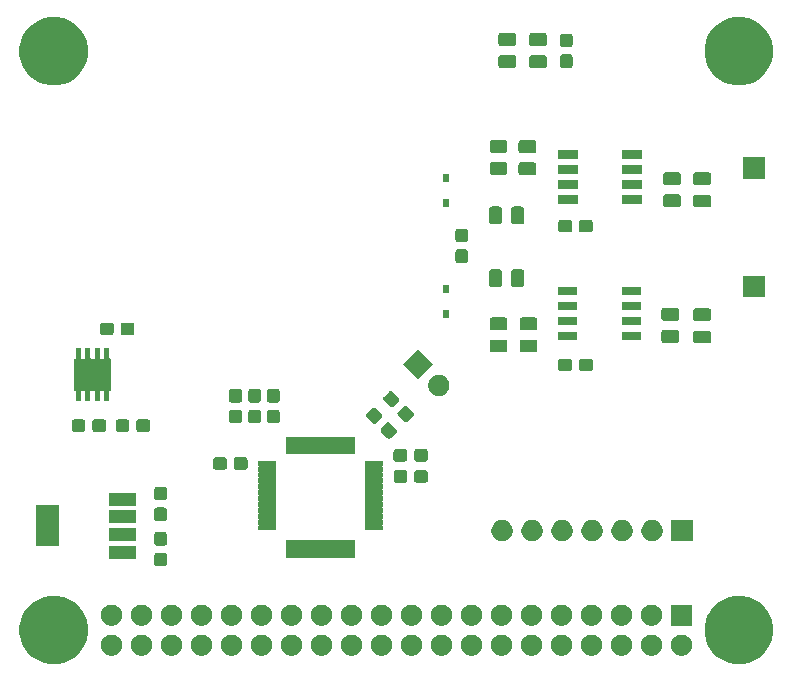
<source format=gbr>
G04 #@! TF.GenerationSoftware,KiCad,Pcbnew,(5.1.5-0-10_14)*
G04 #@! TF.CreationDate,2020-04-05T15:29:42+02:00*
G04 #@! TF.ProjectId,Oasis_ADC,4f617369-735f-4414-9443-2e6b69636164,rev?*
G04 #@! TF.SameCoordinates,Original*
G04 #@! TF.FileFunction,Soldermask,Top*
G04 #@! TF.FilePolarity,Negative*
%FSLAX46Y46*%
G04 Gerber Fmt 4.6, Leading zero omitted, Abs format (unit mm)*
G04 Created by KiCad (PCBNEW (5.1.5-0-10_14)) date 2020-04-05 15:29:42*
%MOMM*%
%LPD*%
G04 APERTURE LIST*
%ADD10C,0.100000*%
G04 APERTURE END LIST*
D10*
G36*
X62346189Y-49710483D02*
G01*
X62346192Y-49710484D01*
X62346191Y-49710484D01*
X62874139Y-49929167D01*
X63349280Y-50246646D01*
X63753354Y-50650720D01*
X63978175Y-50987189D01*
X64070834Y-51125863D01*
X64289517Y-51653811D01*
X64401000Y-52214275D01*
X64401000Y-52785725D01*
X64289517Y-53346189D01*
X64289516Y-53346191D01*
X64070833Y-53874139D01*
X63753354Y-54349280D01*
X63349280Y-54753354D01*
X62874139Y-55070833D01*
X62874138Y-55070834D01*
X62874137Y-55070834D01*
X62346189Y-55289517D01*
X61785725Y-55401000D01*
X61214275Y-55401000D01*
X60653811Y-55289517D01*
X60125863Y-55070834D01*
X60125862Y-55070834D01*
X60125861Y-55070833D01*
X59650720Y-54753354D01*
X59246646Y-54349280D01*
X58929167Y-53874139D01*
X58710484Y-53346191D01*
X58710483Y-53346189D01*
X58599000Y-52785725D01*
X58599000Y-52214275D01*
X58710483Y-51653811D01*
X58929166Y-51125863D01*
X59021825Y-50987189D01*
X59246646Y-50650720D01*
X59650720Y-50246646D01*
X60125861Y-49929167D01*
X60653809Y-49710484D01*
X60653808Y-49710484D01*
X60653811Y-49710483D01*
X61214275Y-49599000D01*
X61785725Y-49599000D01*
X62346189Y-49710483D01*
G37*
G36*
X4346189Y-49710483D02*
G01*
X4346192Y-49710484D01*
X4346191Y-49710484D01*
X4874139Y-49929167D01*
X5349280Y-50246646D01*
X5753354Y-50650720D01*
X5978175Y-50987189D01*
X6070834Y-51125863D01*
X6289517Y-51653811D01*
X6401000Y-52214275D01*
X6401000Y-52785725D01*
X6289517Y-53346189D01*
X6289516Y-53346191D01*
X6070833Y-53874139D01*
X5753354Y-54349280D01*
X5349280Y-54753354D01*
X4874139Y-55070833D01*
X4874138Y-55070834D01*
X4874137Y-55070834D01*
X4346189Y-55289517D01*
X3785725Y-55401000D01*
X3214275Y-55401000D01*
X2653811Y-55289517D01*
X2125863Y-55070834D01*
X2125862Y-55070834D01*
X2125861Y-55070833D01*
X1650720Y-54753354D01*
X1246646Y-54349280D01*
X929167Y-53874139D01*
X710484Y-53346191D01*
X710483Y-53346189D01*
X599000Y-52785725D01*
X599000Y-52214275D01*
X710483Y-51653811D01*
X929166Y-51125863D01*
X1021825Y-50987189D01*
X1246646Y-50650720D01*
X1650720Y-50246646D01*
X2125861Y-49929167D01*
X2653809Y-49710484D01*
X2653808Y-49710484D01*
X2653811Y-49710483D01*
X3214275Y-49599000D01*
X3785725Y-49599000D01*
X4346189Y-49710483D01*
G37*
G36*
X51683512Y-52893927D02*
G01*
X51832812Y-52923624D01*
X51996784Y-52991544D01*
X52144354Y-53090147D01*
X52269853Y-53215646D01*
X52368456Y-53363216D01*
X52436376Y-53527188D01*
X52471000Y-53701259D01*
X52471000Y-53878741D01*
X52436376Y-54052812D01*
X52368456Y-54216784D01*
X52269853Y-54364354D01*
X52144354Y-54489853D01*
X51996784Y-54588456D01*
X51832812Y-54656376D01*
X51683512Y-54686073D01*
X51658742Y-54691000D01*
X51481258Y-54691000D01*
X51456488Y-54686073D01*
X51307188Y-54656376D01*
X51143216Y-54588456D01*
X50995646Y-54489853D01*
X50870147Y-54364354D01*
X50771544Y-54216784D01*
X50703624Y-54052812D01*
X50669000Y-53878741D01*
X50669000Y-53701259D01*
X50703624Y-53527188D01*
X50771544Y-53363216D01*
X50870147Y-53215646D01*
X50995646Y-53090147D01*
X51143216Y-52991544D01*
X51307188Y-52923624D01*
X51456488Y-52893927D01*
X51481258Y-52889000D01*
X51658742Y-52889000D01*
X51683512Y-52893927D01*
G37*
G36*
X49143512Y-52893927D02*
G01*
X49292812Y-52923624D01*
X49456784Y-52991544D01*
X49604354Y-53090147D01*
X49729853Y-53215646D01*
X49828456Y-53363216D01*
X49896376Y-53527188D01*
X49931000Y-53701259D01*
X49931000Y-53878741D01*
X49896376Y-54052812D01*
X49828456Y-54216784D01*
X49729853Y-54364354D01*
X49604354Y-54489853D01*
X49456784Y-54588456D01*
X49292812Y-54656376D01*
X49143512Y-54686073D01*
X49118742Y-54691000D01*
X48941258Y-54691000D01*
X48916488Y-54686073D01*
X48767188Y-54656376D01*
X48603216Y-54588456D01*
X48455646Y-54489853D01*
X48330147Y-54364354D01*
X48231544Y-54216784D01*
X48163624Y-54052812D01*
X48129000Y-53878741D01*
X48129000Y-53701259D01*
X48163624Y-53527188D01*
X48231544Y-53363216D01*
X48330147Y-53215646D01*
X48455646Y-53090147D01*
X48603216Y-52991544D01*
X48767188Y-52923624D01*
X48916488Y-52893927D01*
X48941258Y-52889000D01*
X49118742Y-52889000D01*
X49143512Y-52893927D01*
G37*
G36*
X46603512Y-52893927D02*
G01*
X46752812Y-52923624D01*
X46916784Y-52991544D01*
X47064354Y-53090147D01*
X47189853Y-53215646D01*
X47288456Y-53363216D01*
X47356376Y-53527188D01*
X47391000Y-53701259D01*
X47391000Y-53878741D01*
X47356376Y-54052812D01*
X47288456Y-54216784D01*
X47189853Y-54364354D01*
X47064354Y-54489853D01*
X46916784Y-54588456D01*
X46752812Y-54656376D01*
X46603512Y-54686073D01*
X46578742Y-54691000D01*
X46401258Y-54691000D01*
X46376488Y-54686073D01*
X46227188Y-54656376D01*
X46063216Y-54588456D01*
X45915646Y-54489853D01*
X45790147Y-54364354D01*
X45691544Y-54216784D01*
X45623624Y-54052812D01*
X45589000Y-53878741D01*
X45589000Y-53701259D01*
X45623624Y-53527188D01*
X45691544Y-53363216D01*
X45790147Y-53215646D01*
X45915646Y-53090147D01*
X46063216Y-52991544D01*
X46227188Y-52923624D01*
X46376488Y-52893927D01*
X46401258Y-52889000D01*
X46578742Y-52889000D01*
X46603512Y-52893927D01*
G37*
G36*
X44063512Y-52893927D02*
G01*
X44212812Y-52923624D01*
X44376784Y-52991544D01*
X44524354Y-53090147D01*
X44649853Y-53215646D01*
X44748456Y-53363216D01*
X44816376Y-53527188D01*
X44851000Y-53701259D01*
X44851000Y-53878741D01*
X44816376Y-54052812D01*
X44748456Y-54216784D01*
X44649853Y-54364354D01*
X44524354Y-54489853D01*
X44376784Y-54588456D01*
X44212812Y-54656376D01*
X44063512Y-54686073D01*
X44038742Y-54691000D01*
X43861258Y-54691000D01*
X43836488Y-54686073D01*
X43687188Y-54656376D01*
X43523216Y-54588456D01*
X43375646Y-54489853D01*
X43250147Y-54364354D01*
X43151544Y-54216784D01*
X43083624Y-54052812D01*
X43049000Y-53878741D01*
X43049000Y-53701259D01*
X43083624Y-53527188D01*
X43151544Y-53363216D01*
X43250147Y-53215646D01*
X43375646Y-53090147D01*
X43523216Y-52991544D01*
X43687188Y-52923624D01*
X43836488Y-52893927D01*
X43861258Y-52889000D01*
X44038742Y-52889000D01*
X44063512Y-52893927D01*
G37*
G36*
X41523512Y-52893927D02*
G01*
X41672812Y-52923624D01*
X41836784Y-52991544D01*
X41984354Y-53090147D01*
X42109853Y-53215646D01*
X42208456Y-53363216D01*
X42276376Y-53527188D01*
X42311000Y-53701259D01*
X42311000Y-53878741D01*
X42276376Y-54052812D01*
X42208456Y-54216784D01*
X42109853Y-54364354D01*
X41984354Y-54489853D01*
X41836784Y-54588456D01*
X41672812Y-54656376D01*
X41523512Y-54686073D01*
X41498742Y-54691000D01*
X41321258Y-54691000D01*
X41296488Y-54686073D01*
X41147188Y-54656376D01*
X40983216Y-54588456D01*
X40835646Y-54489853D01*
X40710147Y-54364354D01*
X40611544Y-54216784D01*
X40543624Y-54052812D01*
X40509000Y-53878741D01*
X40509000Y-53701259D01*
X40543624Y-53527188D01*
X40611544Y-53363216D01*
X40710147Y-53215646D01*
X40835646Y-53090147D01*
X40983216Y-52991544D01*
X41147188Y-52923624D01*
X41296488Y-52893927D01*
X41321258Y-52889000D01*
X41498742Y-52889000D01*
X41523512Y-52893927D01*
G37*
G36*
X38983512Y-52893927D02*
G01*
X39132812Y-52923624D01*
X39296784Y-52991544D01*
X39444354Y-53090147D01*
X39569853Y-53215646D01*
X39668456Y-53363216D01*
X39736376Y-53527188D01*
X39771000Y-53701259D01*
X39771000Y-53878741D01*
X39736376Y-54052812D01*
X39668456Y-54216784D01*
X39569853Y-54364354D01*
X39444354Y-54489853D01*
X39296784Y-54588456D01*
X39132812Y-54656376D01*
X38983512Y-54686073D01*
X38958742Y-54691000D01*
X38781258Y-54691000D01*
X38756488Y-54686073D01*
X38607188Y-54656376D01*
X38443216Y-54588456D01*
X38295646Y-54489853D01*
X38170147Y-54364354D01*
X38071544Y-54216784D01*
X38003624Y-54052812D01*
X37969000Y-53878741D01*
X37969000Y-53701259D01*
X38003624Y-53527188D01*
X38071544Y-53363216D01*
X38170147Y-53215646D01*
X38295646Y-53090147D01*
X38443216Y-52991544D01*
X38607188Y-52923624D01*
X38756488Y-52893927D01*
X38781258Y-52889000D01*
X38958742Y-52889000D01*
X38983512Y-52893927D01*
G37*
G36*
X36443512Y-52893927D02*
G01*
X36592812Y-52923624D01*
X36756784Y-52991544D01*
X36904354Y-53090147D01*
X37029853Y-53215646D01*
X37128456Y-53363216D01*
X37196376Y-53527188D01*
X37231000Y-53701259D01*
X37231000Y-53878741D01*
X37196376Y-54052812D01*
X37128456Y-54216784D01*
X37029853Y-54364354D01*
X36904354Y-54489853D01*
X36756784Y-54588456D01*
X36592812Y-54656376D01*
X36443512Y-54686073D01*
X36418742Y-54691000D01*
X36241258Y-54691000D01*
X36216488Y-54686073D01*
X36067188Y-54656376D01*
X35903216Y-54588456D01*
X35755646Y-54489853D01*
X35630147Y-54364354D01*
X35531544Y-54216784D01*
X35463624Y-54052812D01*
X35429000Y-53878741D01*
X35429000Y-53701259D01*
X35463624Y-53527188D01*
X35531544Y-53363216D01*
X35630147Y-53215646D01*
X35755646Y-53090147D01*
X35903216Y-52991544D01*
X36067188Y-52923624D01*
X36216488Y-52893927D01*
X36241258Y-52889000D01*
X36418742Y-52889000D01*
X36443512Y-52893927D01*
G37*
G36*
X33903512Y-52893927D02*
G01*
X34052812Y-52923624D01*
X34216784Y-52991544D01*
X34364354Y-53090147D01*
X34489853Y-53215646D01*
X34588456Y-53363216D01*
X34656376Y-53527188D01*
X34691000Y-53701259D01*
X34691000Y-53878741D01*
X34656376Y-54052812D01*
X34588456Y-54216784D01*
X34489853Y-54364354D01*
X34364354Y-54489853D01*
X34216784Y-54588456D01*
X34052812Y-54656376D01*
X33903512Y-54686073D01*
X33878742Y-54691000D01*
X33701258Y-54691000D01*
X33676488Y-54686073D01*
X33527188Y-54656376D01*
X33363216Y-54588456D01*
X33215646Y-54489853D01*
X33090147Y-54364354D01*
X32991544Y-54216784D01*
X32923624Y-54052812D01*
X32889000Y-53878741D01*
X32889000Y-53701259D01*
X32923624Y-53527188D01*
X32991544Y-53363216D01*
X33090147Y-53215646D01*
X33215646Y-53090147D01*
X33363216Y-52991544D01*
X33527188Y-52923624D01*
X33676488Y-52893927D01*
X33701258Y-52889000D01*
X33878742Y-52889000D01*
X33903512Y-52893927D01*
G37*
G36*
X31363512Y-52893927D02*
G01*
X31512812Y-52923624D01*
X31676784Y-52991544D01*
X31824354Y-53090147D01*
X31949853Y-53215646D01*
X32048456Y-53363216D01*
X32116376Y-53527188D01*
X32151000Y-53701259D01*
X32151000Y-53878741D01*
X32116376Y-54052812D01*
X32048456Y-54216784D01*
X31949853Y-54364354D01*
X31824354Y-54489853D01*
X31676784Y-54588456D01*
X31512812Y-54656376D01*
X31363512Y-54686073D01*
X31338742Y-54691000D01*
X31161258Y-54691000D01*
X31136488Y-54686073D01*
X30987188Y-54656376D01*
X30823216Y-54588456D01*
X30675646Y-54489853D01*
X30550147Y-54364354D01*
X30451544Y-54216784D01*
X30383624Y-54052812D01*
X30349000Y-53878741D01*
X30349000Y-53701259D01*
X30383624Y-53527188D01*
X30451544Y-53363216D01*
X30550147Y-53215646D01*
X30675646Y-53090147D01*
X30823216Y-52991544D01*
X30987188Y-52923624D01*
X31136488Y-52893927D01*
X31161258Y-52889000D01*
X31338742Y-52889000D01*
X31363512Y-52893927D01*
G37*
G36*
X28823512Y-52893927D02*
G01*
X28972812Y-52923624D01*
X29136784Y-52991544D01*
X29284354Y-53090147D01*
X29409853Y-53215646D01*
X29508456Y-53363216D01*
X29576376Y-53527188D01*
X29611000Y-53701259D01*
X29611000Y-53878741D01*
X29576376Y-54052812D01*
X29508456Y-54216784D01*
X29409853Y-54364354D01*
X29284354Y-54489853D01*
X29136784Y-54588456D01*
X28972812Y-54656376D01*
X28823512Y-54686073D01*
X28798742Y-54691000D01*
X28621258Y-54691000D01*
X28596488Y-54686073D01*
X28447188Y-54656376D01*
X28283216Y-54588456D01*
X28135646Y-54489853D01*
X28010147Y-54364354D01*
X27911544Y-54216784D01*
X27843624Y-54052812D01*
X27809000Y-53878741D01*
X27809000Y-53701259D01*
X27843624Y-53527188D01*
X27911544Y-53363216D01*
X28010147Y-53215646D01*
X28135646Y-53090147D01*
X28283216Y-52991544D01*
X28447188Y-52923624D01*
X28596488Y-52893927D01*
X28621258Y-52889000D01*
X28798742Y-52889000D01*
X28823512Y-52893927D01*
G37*
G36*
X26283512Y-52893927D02*
G01*
X26432812Y-52923624D01*
X26596784Y-52991544D01*
X26744354Y-53090147D01*
X26869853Y-53215646D01*
X26968456Y-53363216D01*
X27036376Y-53527188D01*
X27071000Y-53701259D01*
X27071000Y-53878741D01*
X27036376Y-54052812D01*
X26968456Y-54216784D01*
X26869853Y-54364354D01*
X26744354Y-54489853D01*
X26596784Y-54588456D01*
X26432812Y-54656376D01*
X26283512Y-54686073D01*
X26258742Y-54691000D01*
X26081258Y-54691000D01*
X26056488Y-54686073D01*
X25907188Y-54656376D01*
X25743216Y-54588456D01*
X25595646Y-54489853D01*
X25470147Y-54364354D01*
X25371544Y-54216784D01*
X25303624Y-54052812D01*
X25269000Y-53878741D01*
X25269000Y-53701259D01*
X25303624Y-53527188D01*
X25371544Y-53363216D01*
X25470147Y-53215646D01*
X25595646Y-53090147D01*
X25743216Y-52991544D01*
X25907188Y-52923624D01*
X26056488Y-52893927D01*
X26081258Y-52889000D01*
X26258742Y-52889000D01*
X26283512Y-52893927D01*
G37*
G36*
X23743512Y-52893927D02*
G01*
X23892812Y-52923624D01*
X24056784Y-52991544D01*
X24204354Y-53090147D01*
X24329853Y-53215646D01*
X24428456Y-53363216D01*
X24496376Y-53527188D01*
X24531000Y-53701259D01*
X24531000Y-53878741D01*
X24496376Y-54052812D01*
X24428456Y-54216784D01*
X24329853Y-54364354D01*
X24204354Y-54489853D01*
X24056784Y-54588456D01*
X23892812Y-54656376D01*
X23743512Y-54686073D01*
X23718742Y-54691000D01*
X23541258Y-54691000D01*
X23516488Y-54686073D01*
X23367188Y-54656376D01*
X23203216Y-54588456D01*
X23055646Y-54489853D01*
X22930147Y-54364354D01*
X22831544Y-54216784D01*
X22763624Y-54052812D01*
X22729000Y-53878741D01*
X22729000Y-53701259D01*
X22763624Y-53527188D01*
X22831544Y-53363216D01*
X22930147Y-53215646D01*
X23055646Y-53090147D01*
X23203216Y-52991544D01*
X23367188Y-52923624D01*
X23516488Y-52893927D01*
X23541258Y-52889000D01*
X23718742Y-52889000D01*
X23743512Y-52893927D01*
G37*
G36*
X21203512Y-52893927D02*
G01*
X21352812Y-52923624D01*
X21516784Y-52991544D01*
X21664354Y-53090147D01*
X21789853Y-53215646D01*
X21888456Y-53363216D01*
X21956376Y-53527188D01*
X21991000Y-53701259D01*
X21991000Y-53878741D01*
X21956376Y-54052812D01*
X21888456Y-54216784D01*
X21789853Y-54364354D01*
X21664354Y-54489853D01*
X21516784Y-54588456D01*
X21352812Y-54656376D01*
X21203512Y-54686073D01*
X21178742Y-54691000D01*
X21001258Y-54691000D01*
X20976488Y-54686073D01*
X20827188Y-54656376D01*
X20663216Y-54588456D01*
X20515646Y-54489853D01*
X20390147Y-54364354D01*
X20291544Y-54216784D01*
X20223624Y-54052812D01*
X20189000Y-53878741D01*
X20189000Y-53701259D01*
X20223624Y-53527188D01*
X20291544Y-53363216D01*
X20390147Y-53215646D01*
X20515646Y-53090147D01*
X20663216Y-52991544D01*
X20827188Y-52923624D01*
X20976488Y-52893927D01*
X21001258Y-52889000D01*
X21178742Y-52889000D01*
X21203512Y-52893927D01*
G37*
G36*
X18663512Y-52893927D02*
G01*
X18812812Y-52923624D01*
X18976784Y-52991544D01*
X19124354Y-53090147D01*
X19249853Y-53215646D01*
X19348456Y-53363216D01*
X19416376Y-53527188D01*
X19451000Y-53701259D01*
X19451000Y-53878741D01*
X19416376Y-54052812D01*
X19348456Y-54216784D01*
X19249853Y-54364354D01*
X19124354Y-54489853D01*
X18976784Y-54588456D01*
X18812812Y-54656376D01*
X18663512Y-54686073D01*
X18638742Y-54691000D01*
X18461258Y-54691000D01*
X18436488Y-54686073D01*
X18287188Y-54656376D01*
X18123216Y-54588456D01*
X17975646Y-54489853D01*
X17850147Y-54364354D01*
X17751544Y-54216784D01*
X17683624Y-54052812D01*
X17649000Y-53878741D01*
X17649000Y-53701259D01*
X17683624Y-53527188D01*
X17751544Y-53363216D01*
X17850147Y-53215646D01*
X17975646Y-53090147D01*
X18123216Y-52991544D01*
X18287188Y-52923624D01*
X18436488Y-52893927D01*
X18461258Y-52889000D01*
X18638742Y-52889000D01*
X18663512Y-52893927D01*
G37*
G36*
X16123512Y-52893927D02*
G01*
X16272812Y-52923624D01*
X16436784Y-52991544D01*
X16584354Y-53090147D01*
X16709853Y-53215646D01*
X16808456Y-53363216D01*
X16876376Y-53527188D01*
X16911000Y-53701259D01*
X16911000Y-53878741D01*
X16876376Y-54052812D01*
X16808456Y-54216784D01*
X16709853Y-54364354D01*
X16584354Y-54489853D01*
X16436784Y-54588456D01*
X16272812Y-54656376D01*
X16123512Y-54686073D01*
X16098742Y-54691000D01*
X15921258Y-54691000D01*
X15896488Y-54686073D01*
X15747188Y-54656376D01*
X15583216Y-54588456D01*
X15435646Y-54489853D01*
X15310147Y-54364354D01*
X15211544Y-54216784D01*
X15143624Y-54052812D01*
X15109000Y-53878741D01*
X15109000Y-53701259D01*
X15143624Y-53527188D01*
X15211544Y-53363216D01*
X15310147Y-53215646D01*
X15435646Y-53090147D01*
X15583216Y-52991544D01*
X15747188Y-52923624D01*
X15896488Y-52893927D01*
X15921258Y-52889000D01*
X16098742Y-52889000D01*
X16123512Y-52893927D01*
G37*
G36*
X13583512Y-52893927D02*
G01*
X13732812Y-52923624D01*
X13896784Y-52991544D01*
X14044354Y-53090147D01*
X14169853Y-53215646D01*
X14268456Y-53363216D01*
X14336376Y-53527188D01*
X14371000Y-53701259D01*
X14371000Y-53878741D01*
X14336376Y-54052812D01*
X14268456Y-54216784D01*
X14169853Y-54364354D01*
X14044354Y-54489853D01*
X13896784Y-54588456D01*
X13732812Y-54656376D01*
X13583512Y-54686073D01*
X13558742Y-54691000D01*
X13381258Y-54691000D01*
X13356488Y-54686073D01*
X13207188Y-54656376D01*
X13043216Y-54588456D01*
X12895646Y-54489853D01*
X12770147Y-54364354D01*
X12671544Y-54216784D01*
X12603624Y-54052812D01*
X12569000Y-53878741D01*
X12569000Y-53701259D01*
X12603624Y-53527188D01*
X12671544Y-53363216D01*
X12770147Y-53215646D01*
X12895646Y-53090147D01*
X13043216Y-52991544D01*
X13207188Y-52923624D01*
X13356488Y-52893927D01*
X13381258Y-52889000D01*
X13558742Y-52889000D01*
X13583512Y-52893927D01*
G37*
G36*
X11043512Y-52893927D02*
G01*
X11192812Y-52923624D01*
X11356784Y-52991544D01*
X11504354Y-53090147D01*
X11629853Y-53215646D01*
X11728456Y-53363216D01*
X11796376Y-53527188D01*
X11831000Y-53701259D01*
X11831000Y-53878741D01*
X11796376Y-54052812D01*
X11728456Y-54216784D01*
X11629853Y-54364354D01*
X11504354Y-54489853D01*
X11356784Y-54588456D01*
X11192812Y-54656376D01*
X11043512Y-54686073D01*
X11018742Y-54691000D01*
X10841258Y-54691000D01*
X10816488Y-54686073D01*
X10667188Y-54656376D01*
X10503216Y-54588456D01*
X10355646Y-54489853D01*
X10230147Y-54364354D01*
X10131544Y-54216784D01*
X10063624Y-54052812D01*
X10029000Y-53878741D01*
X10029000Y-53701259D01*
X10063624Y-53527188D01*
X10131544Y-53363216D01*
X10230147Y-53215646D01*
X10355646Y-53090147D01*
X10503216Y-52991544D01*
X10667188Y-52923624D01*
X10816488Y-52893927D01*
X10841258Y-52889000D01*
X11018742Y-52889000D01*
X11043512Y-52893927D01*
G37*
G36*
X8503512Y-52893927D02*
G01*
X8652812Y-52923624D01*
X8816784Y-52991544D01*
X8964354Y-53090147D01*
X9089853Y-53215646D01*
X9188456Y-53363216D01*
X9256376Y-53527188D01*
X9291000Y-53701259D01*
X9291000Y-53878741D01*
X9256376Y-54052812D01*
X9188456Y-54216784D01*
X9089853Y-54364354D01*
X8964354Y-54489853D01*
X8816784Y-54588456D01*
X8652812Y-54656376D01*
X8503512Y-54686073D01*
X8478742Y-54691000D01*
X8301258Y-54691000D01*
X8276488Y-54686073D01*
X8127188Y-54656376D01*
X7963216Y-54588456D01*
X7815646Y-54489853D01*
X7690147Y-54364354D01*
X7591544Y-54216784D01*
X7523624Y-54052812D01*
X7489000Y-53878741D01*
X7489000Y-53701259D01*
X7523624Y-53527188D01*
X7591544Y-53363216D01*
X7690147Y-53215646D01*
X7815646Y-53090147D01*
X7963216Y-52991544D01*
X8127188Y-52923624D01*
X8276488Y-52893927D01*
X8301258Y-52889000D01*
X8478742Y-52889000D01*
X8503512Y-52893927D01*
G37*
G36*
X54223512Y-52893927D02*
G01*
X54372812Y-52923624D01*
X54536784Y-52991544D01*
X54684354Y-53090147D01*
X54809853Y-53215646D01*
X54908456Y-53363216D01*
X54976376Y-53527188D01*
X55011000Y-53701259D01*
X55011000Y-53878741D01*
X54976376Y-54052812D01*
X54908456Y-54216784D01*
X54809853Y-54364354D01*
X54684354Y-54489853D01*
X54536784Y-54588456D01*
X54372812Y-54656376D01*
X54223512Y-54686073D01*
X54198742Y-54691000D01*
X54021258Y-54691000D01*
X53996488Y-54686073D01*
X53847188Y-54656376D01*
X53683216Y-54588456D01*
X53535646Y-54489853D01*
X53410147Y-54364354D01*
X53311544Y-54216784D01*
X53243624Y-54052812D01*
X53209000Y-53878741D01*
X53209000Y-53701259D01*
X53243624Y-53527188D01*
X53311544Y-53363216D01*
X53410147Y-53215646D01*
X53535646Y-53090147D01*
X53683216Y-52991544D01*
X53847188Y-52923624D01*
X53996488Y-52893927D01*
X54021258Y-52889000D01*
X54198742Y-52889000D01*
X54223512Y-52893927D01*
G37*
G36*
X56763512Y-52893927D02*
G01*
X56912812Y-52923624D01*
X57076784Y-52991544D01*
X57224354Y-53090147D01*
X57349853Y-53215646D01*
X57448456Y-53363216D01*
X57516376Y-53527188D01*
X57551000Y-53701259D01*
X57551000Y-53878741D01*
X57516376Y-54052812D01*
X57448456Y-54216784D01*
X57349853Y-54364354D01*
X57224354Y-54489853D01*
X57076784Y-54588456D01*
X56912812Y-54656376D01*
X56763512Y-54686073D01*
X56738742Y-54691000D01*
X56561258Y-54691000D01*
X56536488Y-54686073D01*
X56387188Y-54656376D01*
X56223216Y-54588456D01*
X56075646Y-54489853D01*
X55950147Y-54364354D01*
X55851544Y-54216784D01*
X55783624Y-54052812D01*
X55749000Y-53878741D01*
X55749000Y-53701259D01*
X55783624Y-53527188D01*
X55851544Y-53363216D01*
X55950147Y-53215646D01*
X56075646Y-53090147D01*
X56223216Y-52991544D01*
X56387188Y-52923624D01*
X56536488Y-52893927D01*
X56561258Y-52889000D01*
X56738742Y-52889000D01*
X56763512Y-52893927D01*
G37*
G36*
X33903512Y-50353927D02*
G01*
X34052812Y-50383624D01*
X34216784Y-50451544D01*
X34364354Y-50550147D01*
X34489853Y-50675646D01*
X34588456Y-50823216D01*
X34656376Y-50987188D01*
X34691000Y-51161259D01*
X34691000Y-51338741D01*
X34656376Y-51512812D01*
X34588456Y-51676784D01*
X34489853Y-51824354D01*
X34364354Y-51949853D01*
X34216784Y-52048456D01*
X34052812Y-52116376D01*
X33903512Y-52146073D01*
X33878742Y-52151000D01*
X33701258Y-52151000D01*
X33676488Y-52146073D01*
X33527188Y-52116376D01*
X33363216Y-52048456D01*
X33215646Y-51949853D01*
X33090147Y-51824354D01*
X32991544Y-51676784D01*
X32923624Y-51512812D01*
X32889000Y-51338741D01*
X32889000Y-51161259D01*
X32923624Y-50987188D01*
X32991544Y-50823216D01*
X33090147Y-50675646D01*
X33215646Y-50550147D01*
X33363216Y-50451544D01*
X33527188Y-50383624D01*
X33676488Y-50353927D01*
X33701258Y-50349000D01*
X33878742Y-50349000D01*
X33903512Y-50353927D01*
G37*
G36*
X57551000Y-52151000D02*
G01*
X55749000Y-52151000D01*
X55749000Y-50349000D01*
X57551000Y-50349000D01*
X57551000Y-52151000D01*
G37*
G36*
X8503512Y-50353927D02*
G01*
X8652812Y-50383624D01*
X8816784Y-50451544D01*
X8964354Y-50550147D01*
X9089853Y-50675646D01*
X9188456Y-50823216D01*
X9256376Y-50987188D01*
X9291000Y-51161259D01*
X9291000Y-51338741D01*
X9256376Y-51512812D01*
X9188456Y-51676784D01*
X9089853Y-51824354D01*
X8964354Y-51949853D01*
X8816784Y-52048456D01*
X8652812Y-52116376D01*
X8503512Y-52146073D01*
X8478742Y-52151000D01*
X8301258Y-52151000D01*
X8276488Y-52146073D01*
X8127188Y-52116376D01*
X7963216Y-52048456D01*
X7815646Y-51949853D01*
X7690147Y-51824354D01*
X7591544Y-51676784D01*
X7523624Y-51512812D01*
X7489000Y-51338741D01*
X7489000Y-51161259D01*
X7523624Y-50987188D01*
X7591544Y-50823216D01*
X7690147Y-50675646D01*
X7815646Y-50550147D01*
X7963216Y-50451544D01*
X8127188Y-50383624D01*
X8276488Y-50353927D01*
X8301258Y-50349000D01*
X8478742Y-50349000D01*
X8503512Y-50353927D01*
G37*
G36*
X11043512Y-50353927D02*
G01*
X11192812Y-50383624D01*
X11356784Y-50451544D01*
X11504354Y-50550147D01*
X11629853Y-50675646D01*
X11728456Y-50823216D01*
X11796376Y-50987188D01*
X11831000Y-51161259D01*
X11831000Y-51338741D01*
X11796376Y-51512812D01*
X11728456Y-51676784D01*
X11629853Y-51824354D01*
X11504354Y-51949853D01*
X11356784Y-52048456D01*
X11192812Y-52116376D01*
X11043512Y-52146073D01*
X11018742Y-52151000D01*
X10841258Y-52151000D01*
X10816488Y-52146073D01*
X10667188Y-52116376D01*
X10503216Y-52048456D01*
X10355646Y-51949853D01*
X10230147Y-51824354D01*
X10131544Y-51676784D01*
X10063624Y-51512812D01*
X10029000Y-51338741D01*
X10029000Y-51161259D01*
X10063624Y-50987188D01*
X10131544Y-50823216D01*
X10230147Y-50675646D01*
X10355646Y-50550147D01*
X10503216Y-50451544D01*
X10667188Y-50383624D01*
X10816488Y-50353927D01*
X10841258Y-50349000D01*
X11018742Y-50349000D01*
X11043512Y-50353927D01*
G37*
G36*
X54223512Y-50353927D02*
G01*
X54372812Y-50383624D01*
X54536784Y-50451544D01*
X54684354Y-50550147D01*
X54809853Y-50675646D01*
X54908456Y-50823216D01*
X54976376Y-50987188D01*
X55011000Y-51161259D01*
X55011000Y-51338741D01*
X54976376Y-51512812D01*
X54908456Y-51676784D01*
X54809853Y-51824354D01*
X54684354Y-51949853D01*
X54536784Y-52048456D01*
X54372812Y-52116376D01*
X54223512Y-52146073D01*
X54198742Y-52151000D01*
X54021258Y-52151000D01*
X53996488Y-52146073D01*
X53847188Y-52116376D01*
X53683216Y-52048456D01*
X53535646Y-51949853D01*
X53410147Y-51824354D01*
X53311544Y-51676784D01*
X53243624Y-51512812D01*
X53209000Y-51338741D01*
X53209000Y-51161259D01*
X53243624Y-50987188D01*
X53311544Y-50823216D01*
X53410147Y-50675646D01*
X53535646Y-50550147D01*
X53683216Y-50451544D01*
X53847188Y-50383624D01*
X53996488Y-50353927D01*
X54021258Y-50349000D01*
X54198742Y-50349000D01*
X54223512Y-50353927D01*
G37*
G36*
X13583512Y-50353927D02*
G01*
X13732812Y-50383624D01*
X13896784Y-50451544D01*
X14044354Y-50550147D01*
X14169853Y-50675646D01*
X14268456Y-50823216D01*
X14336376Y-50987188D01*
X14371000Y-51161259D01*
X14371000Y-51338741D01*
X14336376Y-51512812D01*
X14268456Y-51676784D01*
X14169853Y-51824354D01*
X14044354Y-51949853D01*
X13896784Y-52048456D01*
X13732812Y-52116376D01*
X13583512Y-52146073D01*
X13558742Y-52151000D01*
X13381258Y-52151000D01*
X13356488Y-52146073D01*
X13207188Y-52116376D01*
X13043216Y-52048456D01*
X12895646Y-51949853D01*
X12770147Y-51824354D01*
X12671544Y-51676784D01*
X12603624Y-51512812D01*
X12569000Y-51338741D01*
X12569000Y-51161259D01*
X12603624Y-50987188D01*
X12671544Y-50823216D01*
X12770147Y-50675646D01*
X12895646Y-50550147D01*
X13043216Y-50451544D01*
X13207188Y-50383624D01*
X13356488Y-50353927D01*
X13381258Y-50349000D01*
X13558742Y-50349000D01*
X13583512Y-50353927D01*
G37*
G36*
X51683512Y-50353927D02*
G01*
X51832812Y-50383624D01*
X51996784Y-50451544D01*
X52144354Y-50550147D01*
X52269853Y-50675646D01*
X52368456Y-50823216D01*
X52436376Y-50987188D01*
X52471000Y-51161259D01*
X52471000Y-51338741D01*
X52436376Y-51512812D01*
X52368456Y-51676784D01*
X52269853Y-51824354D01*
X52144354Y-51949853D01*
X51996784Y-52048456D01*
X51832812Y-52116376D01*
X51683512Y-52146073D01*
X51658742Y-52151000D01*
X51481258Y-52151000D01*
X51456488Y-52146073D01*
X51307188Y-52116376D01*
X51143216Y-52048456D01*
X50995646Y-51949853D01*
X50870147Y-51824354D01*
X50771544Y-51676784D01*
X50703624Y-51512812D01*
X50669000Y-51338741D01*
X50669000Y-51161259D01*
X50703624Y-50987188D01*
X50771544Y-50823216D01*
X50870147Y-50675646D01*
X50995646Y-50550147D01*
X51143216Y-50451544D01*
X51307188Y-50383624D01*
X51456488Y-50353927D01*
X51481258Y-50349000D01*
X51658742Y-50349000D01*
X51683512Y-50353927D01*
G37*
G36*
X16123512Y-50353927D02*
G01*
X16272812Y-50383624D01*
X16436784Y-50451544D01*
X16584354Y-50550147D01*
X16709853Y-50675646D01*
X16808456Y-50823216D01*
X16876376Y-50987188D01*
X16911000Y-51161259D01*
X16911000Y-51338741D01*
X16876376Y-51512812D01*
X16808456Y-51676784D01*
X16709853Y-51824354D01*
X16584354Y-51949853D01*
X16436784Y-52048456D01*
X16272812Y-52116376D01*
X16123512Y-52146073D01*
X16098742Y-52151000D01*
X15921258Y-52151000D01*
X15896488Y-52146073D01*
X15747188Y-52116376D01*
X15583216Y-52048456D01*
X15435646Y-51949853D01*
X15310147Y-51824354D01*
X15211544Y-51676784D01*
X15143624Y-51512812D01*
X15109000Y-51338741D01*
X15109000Y-51161259D01*
X15143624Y-50987188D01*
X15211544Y-50823216D01*
X15310147Y-50675646D01*
X15435646Y-50550147D01*
X15583216Y-50451544D01*
X15747188Y-50383624D01*
X15896488Y-50353927D01*
X15921258Y-50349000D01*
X16098742Y-50349000D01*
X16123512Y-50353927D01*
G37*
G36*
X49143512Y-50353927D02*
G01*
X49292812Y-50383624D01*
X49456784Y-50451544D01*
X49604354Y-50550147D01*
X49729853Y-50675646D01*
X49828456Y-50823216D01*
X49896376Y-50987188D01*
X49931000Y-51161259D01*
X49931000Y-51338741D01*
X49896376Y-51512812D01*
X49828456Y-51676784D01*
X49729853Y-51824354D01*
X49604354Y-51949853D01*
X49456784Y-52048456D01*
X49292812Y-52116376D01*
X49143512Y-52146073D01*
X49118742Y-52151000D01*
X48941258Y-52151000D01*
X48916488Y-52146073D01*
X48767188Y-52116376D01*
X48603216Y-52048456D01*
X48455646Y-51949853D01*
X48330147Y-51824354D01*
X48231544Y-51676784D01*
X48163624Y-51512812D01*
X48129000Y-51338741D01*
X48129000Y-51161259D01*
X48163624Y-50987188D01*
X48231544Y-50823216D01*
X48330147Y-50675646D01*
X48455646Y-50550147D01*
X48603216Y-50451544D01*
X48767188Y-50383624D01*
X48916488Y-50353927D01*
X48941258Y-50349000D01*
X49118742Y-50349000D01*
X49143512Y-50353927D01*
G37*
G36*
X18663512Y-50353927D02*
G01*
X18812812Y-50383624D01*
X18976784Y-50451544D01*
X19124354Y-50550147D01*
X19249853Y-50675646D01*
X19348456Y-50823216D01*
X19416376Y-50987188D01*
X19451000Y-51161259D01*
X19451000Y-51338741D01*
X19416376Y-51512812D01*
X19348456Y-51676784D01*
X19249853Y-51824354D01*
X19124354Y-51949853D01*
X18976784Y-52048456D01*
X18812812Y-52116376D01*
X18663512Y-52146073D01*
X18638742Y-52151000D01*
X18461258Y-52151000D01*
X18436488Y-52146073D01*
X18287188Y-52116376D01*
X18123216Y-52048456D01*
X17975646Y-51949853D01*
X17850147Y-51824354D01*
X17751544Y-51676784D01*
X17683624Y-51512812D01*
X17649000Y-51338741D01*
X17649000Y-51161259D01*
X17683624Y-50987188D01*
X17751544Y-50823216D01*
X17850147Y-50675646D01*
X17975646Y-50550147D01*
X18123216Y-50451544D01*
X18287188Y-50383624D01*
X18436488Y-50353927D01*
X18461258Y-50349000D01*
X18638742Y-50349000D01*
X18663512Y-50353927D01*
G37*
G36*
X46603512Y-50353927D02*
G01*
X46752812Y-50383624D01*
X46916784Y-50451544D01*
X47064354Y-50550147D01*
X47189853Y-50675646D01*
X47288456Y-50823216D01*
X47356376Y-50987188D01*
X47391000Y-51161259D01*
X47391000Y-51338741D01*
X47356376Y-51512812D01*
X47288456Y-51676784D01*
X47189853Y-51824354D01*
X47064354Y-51949853D01*
X46916784Y-52048456D01*
X46752812Y-52116376D01*
X46603512Y-52146073D01*
X46578742Y-52151000D01*
X46401258Y-52151000D01*
X46376488Y-52146073D01*
X46227188Y-52116376D01*
X46063216Y-52048456D01*
X45915646Y-51949853D01*
X45790147Y-51824354D01*
X45691544Y-51676784D01*
X45623624Y-51512812D01*
X45589000Y-51338741D01*
X45589000Y-51161259D01*
X45623624Y-50987188D01*
X45691544Y-50823216D01*
X45790147Y-50675646D01*
X45915646Y-50550147D01*
X46063216Y-50451544D01*
X46227188Y-50383624D01*
X46376488Y-50353927D01*
X46401258Y-50349000D01*
X46578742Y-50349000D01*
X46603512Y-50353927D01*
G37*
G36*
X21203512Y-50353927D02*
G01*
X21352812Y-50383624D01*
X21516784Y-50451544D01*
X21664354Y-50550147D01*
X21789853Y-50675646D01*
X21888456Y-50823216D01*
X21956376Y-50987188D01*
X21991000Y-51161259D01*
X21991000Y-51338741D01*
X21956376Y-51512812D01*
X21888456Y-51676784D01*
X21789853Y-51824354D01*
X21664354Y-51949853D01*
X21516784Y-52048456D01*
X21352812Y-52116376D01*
X21203512Y-52146073D01*
X21178742Y-52151000D01*
X21001258Y-52151000D01*
X20976488Y-52146073D01*
X20827188Y-52116376D01*
X20663216Y-52048456D01*
X20515646Y-51949853D01*
X20390147Y-51824354D01*
X20291544Y-51676784D01*
X20223624Y-51512812D01*
X20189000Y-51338741D01*
X20189000Y-51161259D01*
X20223624Y-50987188D01*
X20291544Y-50823216D01*
X20390147Y-50675646D01*
X20515646Y-50550147D01*
X20663216Y-50451544D01*
X20827188Y-50383624D01*
X20976488Y-50353927D01*
X21001258Y-50349000D01*
X21178742Y-50349000D01*
X21203512Y-50353927D01*
G37*
G36*
X44063512Y-50353927D02*
G01*
X44212812Y-50383624D01*
X44376784Y-50451544D01*
X44524354Y-50550147D01*
X44649853Y-50675646D01*
X44748456Y-50823216D01*
X44816376Y-50987188D01*
X44851000Y-51161259D01*
X44851000Y-51338741D01*
X44816376Y-51512812D01*
X44748456Y-51676784D01*
X44649853Y-51824354D01*
X44524354Y-51949853D01*
X44376784Y-52048456D01*
X44212812Y-52116376D01*
X44063512Y-52146073D01*
X44038742Y-52151000D01*
X43861258Y-52151000D01*
X43836488Y-52146073D01*
X43687188Y-52116376D01*
X43523216Y-52048456D01*
X43375646Y-51949853D01*
X43250147Y-51824354D01*
X43151544Y-51676784D01*
X43083624Y-51512812D01*
X43049000Y-51338741D01*
X43049000Y-51161259D01*
X43083624Y-50987188D01*
X43151544Y-50823216D01*
X43250147Y-50675646D01*
X43375646Y-50550147D01*
X43523216Y-50451544D01*
X43687188Y-50383624D01*
X43836488Y-50353927D01*
X43861258Y-50349000D01*
X44038742Y-50349000D01*
X44063512Y-50353927D01*
G37*
G36*
X23743512Y-50353927D02*
G01*
X23892812Y-50383624D01*
X24056784Y-50451544D01*
X24204354Y-50550147D01*
X24329853Y-50675646D01*
X24428456Y-50823216D01*
X24496376Y-50987188D01*
X24531000Y-51161259D01*
X24531000Y-51338741D01*
X24496376Y-51512812D01*
X24428456Y-51676784D01*
X24329853Y-51824354D01*
X24204354Y-51949853D01*
X24056784Y-52048456D01*
X23892812Y-52116376D01*
X23743512Y-52146073D01*
X23718742Y-52151000D01*
X23541258Y-52151000D01*
X23516488Y-52146073D01*
X23367188Y-52116376D01*
X23203216Y-52048456D01*
X23055646Y-51949853D01*
X22930147Y-51824354D01*
X22831544Y-51676784D01*
X22763624Y-51512812D01*
X22729000Y-51338741D01*
X22729000Y-51161259D01*
X22763624Y-50987188D01*
X22831544Y-50823216D01*
X22930147Y-50675646D01*
X23055646Y-50550147D01*
X23203216Y-50451544D01*
X23367188Y-50383624D01*
X23516488Y-50353927D01*
X23541258Y-50349000D01*
X23718742Y-50349000D01*
X23743512Y-50353927D01*
G37*
G36*
X41523512Y-50353927D02*
G01*
X41672812Y-50383624D01*
X41836784Y-50451544D01*
X41984354Y-50550147D01*
X42109853Y-50675646D01*
X42208456Y-50823216D01*
X42276376Y-50987188D01*
X42311000Y-51161259D01*
X42311000Y-51338741D01*
X42276376Y-51512812D01*
X42208456Y-51676784D01*
X42109853Y-51824354D01*
X41984354Y-51949853D01*
X41836784Y-52048456D01*
X41672812Y-52116376D01*
X41523512Y-52146073D01*
X41498742Y-52151000D01*
X41321258Y-52151000D01*
X41296488Y-52146073D01*
X41147188Y-52116376D01*
X40983216Y-52048456D01*
X40835646Y-51949853D01*
X40710147Y-51824354D01*
X40611544Y-51676784D01*
X40543624Y-51512812D01*
X40509000Y-51338741D01*
X40509000Y-51161259D01*
X40543624Y-50987188D01*
X40611544Y-50823216D01*
X40710147Y-50675646D01*
X40835646Y-50550147D01*
X40983216Y-50451544D01*
X41147188Y-50383624D01*
X41296488Y-50353927D01*
X41321258Y-50349000D01*
X41498742Y-50349000D01*
X41523512Y-50353927D01*
G37*
G36*
X26283512Y-50353927D02*
G01*
X26432812Y-50383624D01*
X26596784Y-50451544D01*
X26744354Y-50550147D01*
X26869853Y-50675646D01*
X26968456Y-50823216D01*
X27036376Y-50987188D01*
X27071000Y-51161259D01*
X27071000Y-51338741D01*
X27036376Y-51512812D01*
X26968456Y-51676784D01*
X26869853Y-51824354D01*
X26744354Y-51949853D01*
X26596784Y-52048456D01*
X26432812Y-52116376D01*
X26283512Y-52146073D01*
X26258742Y-52151000D01*
X26081258Y-52151000D01*
X26056488Y-52146073D01*
X25907188Y-52116376D01*
X25743216Y-52048456D01*
X25595646Y-51949853D01*
X25470147Y-51824354D01*
X25371544Y-51676784D01*
X25303624Y-51512812D01*
X25269000Y-51338741D01*
X25269000Y-51161259D01*
X25303624Y-50987188D01*
X25371544Y-50823216D01*
X25470147Y-50675646D01*
X25595646Y-50550147D01*
X25743216Y-50451544D01*
X25907188Y-50383624D01*
X26056488Y-50353927D01*
X26081258Y-50349000D01*
X26258742Y-50349000D01*
X26283512Y-50353927D01*
G37*
G36*
X38983512Y-50353927D02*
G01*
X39132812Y-50383624D01*
X39296784Y-50451544D01*
X39444354Y-50550147D01*
X39569853Y-50675646D01*
X39668456Y-50823216D01*
X39736376Y-50987188D01*
X39771000Y-51161259D01*
X39771000Y-51338741D01*
X39736376Y-51512812D01*
X39668456Y-51676784D01*
X39569853Y-51824354D01*
X39444354Y-51949853D01*
X39296784Y-52048456D01*
X39132812Y-52116376D01*
X38983512Y-52146073D01*
X38958742Y-52151000D01*
X38781258Y-52151000D01*
X38756488Y-52146073D01*
X38607188Y-52116376D01*
X38443216Y-52048456D01*
X38295646Y-51949853D01*
X38170147Y-51824354D01*
X38071544Y-51676784D01*
X38003624Y-51512812D01*
X37969000Y-51338741D01*
X37969000Y-51161259D01*
X38003624Y-50987188D01*
X38071544Y-50823216D01*
X38170147Y-50675646D01*
X38295646Y-50550147D01*
X38443216Y-50451544D01*
X38607188Y-50383624D01*
X38756488Y-50353927D01*
X38781258Y-50349000D01*
X38958742Y-50349000D01*
X38983512Y-50353927D01*
G37*
G36*
X28823512Y-50353927D02*
G01*
X28972812Y-50383624D01*
X29136784Y-50451544D01*
X29284354Y-50550147D01*
X29409853Y-50675646D01*
X29508456Y-50823216D01*
X29576376Y-50987188D01*
X29611000Y-51161259D01*
X29611000Y-51338741D01*
X29576376Y-51512812D01*
X29508456Y-51676784D01*
X29409853Y-51824354D01*
X29284354Y-51949853D01*
X29136784Y-52048456D01*
X28972812Y-52116376D01*
X28823512Y-52146073D01*
X28798742Y-52151000D01*
X28621258Y-52151000D01*
X28596488Y-52146073D01*
X28447188Y-52116376D01*
X28283216Y-52048456D01*
X28135646Y-51949853D01*
X28010147Y-51824354D01*
X27911544Y-51676784D01*
X27843624Y-51512812D01*
X27809000Y-51338741D01*
X27809000Y-51161259D01*
X27843624Y-50987188D01*
X27911544Y-50823216D01*
X28010147Y-50675646D01*
X28135646Y-50550147D01*
X28283216Y-50451544D01*
X28447188Y-50383624D01*
X28596488Y-50353927D01*
X28621258Y-50349000D01*
X28798742Y-50349000D01*
X28823512Y-50353927D01*
G37*
G36*
X36443512Y-50353927D02*
G01*
X36592812Y-50383624D01*
X36756784Y-50451544D01*
X36904354Y-50550147D01*
X37029853Y-50675646D01*
X37128456Y-50823216D01*
X37196376Y-50987188D01*
X37231000Y-51161259D01*
X37231000Y-51338741D01*
X37196376Y-51512812D01*
X37128456Y-51676784D01*
X37029853Y-51824354D01*
X36904354Y-51949853D01*
X36756784Y-52048456D01*
X36592812Y-52116376D01*
X36443512Y-52146073D01*
X36418742Y-52151000D01*
X36241258Y-52151000D01*
X36216488Y-52146073D01*
X36067188Y-52116376D01*
X35903216Y-52048456D01*
X35755646Y-51949853D01*
X35630147Y-51824354D01*
X35531544Y-51676784D01*
X35463624Y-51512812D01*
X35429000Y-51338741D01*
X35429000Y-51161259D01*
X35463624Y-50987188D01*
X35531544Y-50823216D01*
X35630147Y-50675646D01*
X35755646Y-50550147D01*
X35903216Y-50451544D01*
X36067188Y-50383624D01*
X36216488Y-50353927D01*
X36241258Y-50349000D01*
X36418742Y-50349000D01*
X36443512Y-50353927D01*
G37*
G36*
X31363512Y-50353927D02*
G01*
X31512812Y-50383624D01*
X31676784Y-50451544D01*
X31824354Y-50550147D01*
X31949853Y-50675646D01*
X32048456Y-50823216D01*
X32116376Y-50987188D01*
X32151000Y-51161259D01*
X32151000Y-51338741D01*
X32116376Y-51512812D01*
X32048456Y-51676784D01*
X31949853Y-51824354D01*
X31824354Y-51949853D01*
X31676784Y-52048456D01*
X31512812Y-52116376D01*
X31363512Y-52146073D01*
X31338742Y-52151000D01*
X31161258Y-52151000D01*
X31136488Y-52146073D01*
X30987188Y-52116376D01*
X30823216Y-52048456D01*
X30675646Y-51949853D01*
X30550147Y-51824354D01*
X30451544Y-51676784D01*
X30383624Y-51512812D01*
X30349000Y-51338741D01*
X30349000Y-51161259D01*
X30383624Y-50987188D01*
X30451544Y-50823216D01*
X30550147Y-50675646D01*
X30675646Y-50550147D01*
X30823216Y-50451544D01*
X30987188Y-50383624D01*
X31136488Y-50353927D01*
X31161258Y-50349000D01*
X31338742Y-50349000D01*
X31363512Y-50353927D01*
G37*
G36*
X12914499Y-45968445D02*
G01*
X12951995Y-45979820D01*
X12986554Y-45998292D01*
X13016847Y-46023153D01*
X13041708Y-46053446D01*
X13060180Y-46088005D01*
X13071555Y-46125501D01*
X13076000Y-46170638D01*
X13076000Y-46909362D01*
X13071555Y-46954499D01*
X13060180Y-46991995D01*
X13041708Y-47026554D01*
X13016847Y-47056847D01*
X12986554Y-47081708D01*
X12951995Y-47100180D01*
X12914499Y-47111555D01*
X12869362Y-47116000D01*
X12230638Y-47116000D01*
X12185501Y-47111555D01*
X12148005Y-47100180D01*
X12113446Y-47081708D01*
X12083153Y-47056847D01*
X12058292Y-47026554D01*
X12039820Y-46991995D01*
X12028445Y-46954499D01*
X12024000Y-46909362D01*
X12024000Y-46170638D01*
X12028445Y-46125501D01*
X12039820Y-46088005D01*
X12058292Y-46053446D01*
X12083153Y-46023153D01*
X12113446Y-45998292D01*
X12148005Y-45979820D01*
X12185501Y-45968445D01*
X12230638Y-45964000D01*
X12869362Y-45964000D01*
X12914499Y-45968445D01*
G37*
G36*
X10441000Y-46481000D02*
G01*
X8139000Y-46481000D01*
X8139000Y-45379000D01*
X10441000Y-45379000D01*
X10441000Y-46481000D01*
G37*
G36*
X23550779Y-44880868D02*
G01*
X23574812Y-44885650D01*
X23599316Y-44885651D01*
X23623350Y-44880871D01*
X23633077Y-44876842D01*
X24041060Y-44876842D01*
X24050779Y-44880868D01*
X24074812Y-44885650D01*
X24099316Y-44885651D01*
X24123350Y-44880871D01*
X24133077Y-44876842D01*
X24541060Y-44876842D01*
X24550779Y-44880868D01*
X24574812Y-44885650D01*
X24599316Y-44885651D01*
X24623350Y-44880871D01*
X24633077Y-44876842D01*
X25041060Y-44876842D01*
X25050779Y-44880868D01*
X25074812Y-44885650D01*
X25099316Y-44885651D01*
X25123350Y-44880871D01*
X25133077Y-44876842D01*
X25541060Y-44876842D01*
X25550779Y-44880868D01*
X25574812Y-44885650D01*
X25599316Y-44885651D01*
X25623350Y-44880871D01*
X25633077Y-44876842D01*
X26041060Y-44876842D01*
X26050779Y-44880868D01*
X26074812Y-44885650D01*
X26099316Y-44885651D01*
X26123350Y-44880871D01*
X26133077Y-44876842D01*
X26541060Y-44876842D01*
X26550779Y-44880868D01*
X26574812Y-44885650D01*
X26599316Y-44885651D01*
X26623350Y-44880871D01*
X26633077Y-44876842D01*
X27041060Y-44876842D01*
X27050779Y-44880868D01*
X27074812Y-44885650D01*
X27099316Y-44885651D01*
X27123350Y-44880871D01*
X27133077Y-44876842D01*
X27541060Y-44876842D01*
X27550779Y-44880868D01*
X27574812Y-44885650D01*
X27599316Y-44885651D01*
X27623350Y-44880871D01*
X27633077Y-44876842D01*
X28041060Y-44876842D01*
X28050779Y-44880868D01*
X28074812Y-44885650D01*
X28099316Y-44885651D01*
X28123350Y-44880871D01*
X28133077Y-44876842D01*
X28541060Y-44876842D01*
X28550779Y-44880868D01*
X28574812Y-44885650D01*
X28599316Y-44885651D01*
X28623350Y-44880871D01*
X28633077Y-44876842D01*
X29013070Y-44876842D01*
X29013070Y-46378842D01*
X28633080Y-46378842D01*
X28623361Y-46374816D01*
X28599328Y-46370034D01*
X28574824Y-46370033D01*
X28550790Y-46374813D01*
X28541063Y-46378842D01*
X28133080Y-46378842D01*
X28123361Y-46374816D01*
X28099328Y-46370034D01*
X28074824Y-46370033D01*
X28050790Y-46374813D01*
X28041063Y-46378842D01*
X27633080Y-46378842D01*
X27623361Y-46374816D01*
X27599328Y-46370034D01*
X27574824Y-46370033D01*
X27550790Y-46374813D01*
X27541063Y-46378842D01*
X27133080Y-46378842D01*
X27123361Y-46374816D01*
X27099328Y-46370034D01*
X27074824Y-46370033D01*
X27050790Y-46374813D01*
X27041063Y-46378842D01*
X26633080Y-46378842D01*
X26623361Y-46374816D01*
X26599328Y-46370034D01*
X26574824Y-46370033D01*
X26550790Y-46374813D01*
X26541063Y-46378842D01*
X26133080Y-46378842D01*
X26123361Y-46374816D01*
X26099328Y-46370034D01*
X26074824Y-46370033D01*
X26050790Y-46374813D01*
X26041063Y-46378842D01*
X25633080Y-46378842D01*
X25623361Y-46374816D01*
X25599328Y-46370034D01*
X25574824Y-46370033D01*
X25550790Y-46374813D01*
X25541063Y-46378842D01*
X25133080Y-46378842D01*
X25123361Y-46374816D01*
X25099328Y-46370034D01*
X25074824Y-46370033D01*
X25050790Y-46374813D01*
X25041063Y-46378842D01*
X24633080Y-46378842D01*
X24623361Y-46374816D01*
X24599328Y-46370034D01*
X24574824Y-46370033D01*
X24550790Y-46374813D01*
X24541063Y-46378842D01*
X24133080Y-46378842D01*
X24123361Y-46374816D01*
X24099328Y-46370034D01*
X24074824Y-46370033D01*
X24050790Y-46374813D01*
X24041063Y-46378842D01*
X23633080Y-46378842D01*
X23623361Y-46374816D01*
X23599328Y-46370034D01*
X23574824Y-46370033D01*
X23550790Y-46374813D01*
X23541063Y-46378842D01*
X23161070Y-46378842D01*
X23161070Y-44876842D01*
X23541060Y-44876842D01*
X23550779Y-44880868D01*
G37*
G36*
X3941000Y-45431000D02*
G01*
X2039000Y-45431000D01*
X2039000Y-41929000D01*
X3941000Y-41929000D01*
X3941000Y-45431000D01*
G37*
G36*
X12914499Y-44218445D02*
G01*
X12951995Y-44229820D01*
X12986554Y-44248292D01*
X13016847Y-44273153D01*
X13041708Y-44303446D01*
X13060180Y-44338005D01*
X13071555Y-44375501D01*
X13076000Y-44420638D01*
X13076000Y-45159362D01*
X13071555Y-45204499D01*
X13060180Y-45241995D01*
X13041708Y-45276554D01*
X13016847Y-45306847D01*
X12986554Y-45331708D01*
X12951995Y-45350180D01*
X12914499Y-45361555D01*
X12869362Y-45366000D01*
X12230638Y-45366000D01*
X12185501Y-45361555D01*
X12148005Y-45350180D01*
X12113446Y-45331708D01*
X12083153Y-45306847D01*
X12058292Y-45276554D01*
X12039820Y-45241995D01*
X12028445Y-45204499D01*
X12024000Y-45159362D01*
X12024000Y-44420638D01*
X12028445Y-44375501D01*
X12039820Y-44338005D01*
X12058292Y-44303446D01*
X12083153Y-44273153D01*
X12113446Y-44248292D01*
X12148005Y-44229820D01*
X12185501Y-44218445D01*
X12230638Y-44214000D01*
X12869362Y-44214000D01*
X12914499Y-44218445D01*
G37*
G36*
X46643029Y-43201842D02*
G01*
X46802812Y-43233624D01*
X46966784Y-43301544D01*
X47114354Y-43400147D01*
X47239853Y-43525646D01*
X47338456Y-43673216D01*
X47406376Y-43837188D01*
X47441000Y-44011259D01*
X47441000Y-44188741D01*
X47406376Y-44362812D01*
X47338456Y-44526784D01*
X47239853Y-44674354D01*
X47114354Y-44799853D01*
X46966784Y-44898456D01*
X46802812Y-44966376D01*
X46653512Y-44996073D01*
X46628742Y-45001000D01*
X46451258Y-45001000D01*
X46426488Y-44996073D01*
X46277188Y-44966376D01*
X46113216Y-44898456D01*
X45965646Y-44799853D01*
X45840147Y-44674354D01*
X45741544Y-44526784D01*
X45673624Y-44362812D01*
X45639000Y-44188741D01*
X45639000Y-44011259D01*
X45673624Y-43837188D01*
X45741544Y-43673216D01*
X45840147Y-43525646D01*
X45965646Y-43400147D01*
X46113216Y-43301544D01*
X46277188Y-43233624D01*
X46436971Y-43201842D01*
X46451258Y-43199000D01*
X46628742Y-43199000D01*
X46643029Y-43201842D01*
G37*
G36*
X41563029Y-43201842D02*
G01*
X41722812Y-43233624D01*
X41886784Y-43301544D01*
X42034354Y-43400147D01*
X42159853Y-43525646D01*
X42258456Y-43673216D01*
X42326376Y-43837188D01*
X42361000Y-44011259D01*
X42361000Y-44188741D01*
X42326376Y-44362812D01*
X42258456Y-44526784D01*
X42159853Y-44674354D01*
X42034354Y-44799853D01*
X41886784Y-44898456D01*
X41722812Y-44966376D01*
X41573512Y-44996073D01*
X41548742Y-45001000D01*
X41371258Y-45001000D01*
X41346488Y-44996073D01*
X41197188Y-44966376D01*
X41033216Y-44898456D01*
X40885646Y-44799853D01*
X40760147Y-44674354D01*
X40661544Y-44526784D01*
X40593624Y-44362812D01*
X40559000Y-44188741D01*
X40559000Y-44011259D01*
X40593624Y-43837188D01*
X40661544Y-43673216D01*
X40760147Y-43525646D01*
X40885646Y-43400147D01*
X41033216Y-43301544D01*
X41197188Y-43233624D01*
X41356971Y-43201842D01*
X41371258Y-43199000D01*
X41548742Y-43199000D01*
X41563029Y-43201842D01*
G37*
G36*
X44103029Y-43201842D02*
G01*
X44262812Y-43233624D01*
X44426784Y-43301544D01*
X44574354Y-43400147D01*
X44699853Y-43525646D01*
X44798456Y-43673216D01*
X44866376Y-43837188D01*
X44901000Y-44011259D01*
X44901000Y-44188741D01*
X44866376Y-44362812D01*
X44798456Y-44526784D01*
X44699853Y-44674354D01*
X44574354Y-44799853D01*
X44426784Y-44898456D01*
X44262812Y-44966376D01*
X44113512Y-44996073D01*
X44088742Y-45001000D01*
X43911258Y-45001000D01*
X43886488Y-44996073D01*
X43737188Y-44966376D01*
X43573216Y-44898456D01*
X43425646Y-44799853D01*
X43300147Y-44674354D01*
X43201544Y-44526784D01*
X43133624Y-44362812D01*
X43099000Y-44188741D01*
X43099000Y-44011259D01*
X43133624Y-43837188D01*
X43201544Y-43673216D01*
X43300147Y-43525646D01*
X43425646Y-43400147D01*
X43573216Y-43301544D01*
X43737188Y-43233624D01*
X43896971Y-43201842D01*
X43911258Y-43199000D01*
X44088742Y-43199000D01*
X44103029Y-43201842D01*
G37*
G36*
X49183029Y-43201842D02*
G01*
X49342812Y-43233624D01*
X49506784Y-43301544D01*
X49654354Y-43400147D01*
X49779853Y-43525646D01*
X49878456Y-43673216D01*
X49946376Y-43837188D01*
X49981000Y-44011259D01*
X49981000Y-44188741D01*
X49946376Y-44362812D01*
X49878456Y-44526784D01*
X49779853Y-44674354D01*
X49654354Y-44799853D01*
X49506784Y-44898456D01*
X49342812Y-44966376D01*
X49193512Y-44996073D01*
X49168742Y-45001000D01*
X48991258Y-45001000D01*
X48966488Y-44996073D01*
X48817188Y-44966376D01*
X48653216Y-44898456D01*
X48505646Y-44799853D01*
X48380147Y-44674354D01*
X48281544Y-44526784D01*
X48213624Y-44362812D01*
X48179000Y-44188741D01*
X48179000Y-44011259D01*
X48213624Y-43837188D01*
X48281544Y-43673216D01*
X48380147Y-43525646D01*
X48505646Y-43400147D01*
X48653216Y-43301544D01*
X48817188Y-43233624D01*
X48976971Y-43201842D01*
X48991258Y-43199000D01*
X49168742Y-43199000D01*
X49183029Y-43201842D01*
G37*
G36*
X51723029Y-43201842D02*
G01*
X51882812Y-43233624D01*
X52046784Y-43301544D01*
X52194354Y-43400147D01*
X52319853Y-43525646D01*
X52418456Y-43673216D01*
X52486376Y-43837188D01*
X52521000Y-44011259D01*
X52521000Y-44188741D01*
X52486376Y-44362812D01*
X52418456Y-44526784D01*
X52319853Y-44674354D01*
X52194354Y-44799853D01*
X52046784Y-44898456D01*
X51882812Y-44966376D01*
X51733512Y-44996073D01*
X51708742Y-45001000D01*
X51531258Y-45001000D01*
X51506488Y-44996073D01*
X51357188Y-44966376D01*
X51193216Y-44898456D01*
X51045646Y-44799853D01*
X50920147Y-44674354D01*
X50821544Y-44526784D01*
X50753624Y-44362812D01*
X50719000Y-44188741D01*
X50719000Y-44011259D01*
X50753624Y-43837188D01*
X50821544Y-43673216D01*
X50920147Y-43525646D01*
X51045646Y-43400147D01*
X51193216Y-43301544D01*
X51357188Y-43233624D01*
X51516971Y-43201842D01*
X51531258Y-43199000D01*
X51708742Y-43199000D01*
X51723029Y-43201842D01*
G37*
G36*
X54263029Y-43201842D02*
G01*
X54422812Y-43233624D01*
X54586784Y-43301544D01*
X54734354Y-43400147D01*
X54859853Y-43525646D01*
X54958456Y-43673216D01*
X55026376Y-43837188D01*
X55061000Y-44011259D01*
X55061000Y-44188741D01*
X55026376Y-44362812D01*
X54958456Y-44526784D01*
X54859853Y-44674354D01*
X54734354Y-44799853D01*
X54586784Y-44898456D01*
X54422812Y-44966376D01*
X54273512Y-44996073D01*
X54248742Y-45001000D01*
X54071258Y-45001000D01*
X54046488Y-44996073D01*
X53897188Y-44966376D01*
X53733216Y-44898456D01*
X53585646Y-44799853D01*
X53460147Y-44674354D01*
X53361544Y-44526784D01*
X53293624Y-44362812D01*
X53259000Y-44188741D01*
X53259000Y-44011259D01*
X53293624Y-43837188D01*
X53361544Y-43673216D01*
X53460147Y-43525646D01*
X53585646Y-43400147D01*
X53733216Y-43301544D01*
X53897188Y-43233624D01*
X54056971Y-43201842D01*
X54071258Y-43199000D01*
X54248742Y-43199000D01*
X54263029Y-43201842D01*
G37*
G36*
X57601000Y-45001000D02*
G01*
X55799000Y-45001000D01*
X55799000Y-43199000D01*
X57601000Y-43199000D01*
X57601000Y-45001000D01*
G37*
G36*
X10441000Y-44981000D02*
G01*
X8139000Y-44981000D01*
X8139000Y-43879000D01*
X10441000Y-43879000D01*
X10441000Y-44981000D01*
G37*
G36*
X31338070Y-38581832D02*
G01*
X31334044Y-38591551D01*
X31329262Y-38615584D01*
X31329261Y-38640088D01*
X31334041Y-38664122D01*
X31338070Y-38673849D01*
X31338070Y-39081832D01*
X31334044Y-39091551D01*
X31329262Y-39115584D01*
X31329261Y-39140088D01*
X31334041Y-39164122D01*
X31338070Y-39173849D01*
X31338070Y-39581832D01*
X31334044Y-39591551D01*
X31329262Y-39615584D01*
X31329261Y-39640088D01*
X31334041Y-39664122D01*
X31338070Y-39673849D01*
X31338070Y-40081832D01*
X31334044Y-40091551D01*
X31329262Y-40115584D01*
X31329261Y-40140088D01*
X31334041Y-40164122D01*
X31338070Y-40173849D01*
X31338070Y-40581832D01*
X31334044Y-40591551D01*
X31329262Y-40615584D01*
X31329261Y-40640088D01*
X31334041Y-40664122D01*
X31338070Y-40673849D01*
X31338070Y-41081832D01*
X31334044Y-41091551D01*
X31329262Y-41115584D01*
X31329261Y-41140088D01*
X31334041Y-41164122D01*
X31338070Y-41173849D01*
X31338070Y-41581832D01*
X31334044Y-41591551D01*
X31329262Y-41615584D01*
X31329261Y-41640088D01*
X31334041Y-41664122D01*
X31338070Y-41673849D01*
X31338070Y-42081832D01*
X31334044Y-42091551D01*
X31329262Y-42115584D01*
X31329261Y-42140088D01*
X31334041Y-42164122D01*
X31338070Y-42173849D01*
X31338070Y-42581832D01*
X31334044Y-42591551D01*
X31329262Y-42615584D01*
X31329261Y-42640088D01*
X31334041Y-42664122D01*
X31338070Y-42673849D01*
X31338070Y-43081832D01*
X31334044Y-43091551D01*
X31329262Y-43115584D01*
X31329261Y-43140088D01*
X31334041Y-43164122D01*
X31338070Y-43173849D01*
X31338070Y-43581832D01*
X31334044Y-43591551D01*
X31329262Y-43615584D01*
X31329261Y-43640088D01*
X31334041Y-43664122D01*
X31338070Y-43673849D01*
X31338070Y-44053842D01*
X29836070Y-44053842D01*
X29836070Y-43673852D01*
X29840096Y-43664133D01*
X29844878Y-43640100D01*
X29844879Y-43615596D01*
X29840099Y-43591562D01*
X29836070Y-43581835D01*
X29836070Y-43173852D01*
X29840096Y-43164133D01*
X29844878Y-43140100D01*
X29844879Y-43115596D01*
X29840099Y-43091562D01*
X29836070Y-43081835D01*
X29836070Y-42673852D01*
X29840096Y-42664133D01*
X29844878Y-42640100D01*
X29844879Y-42615596D01*
X29840099Y-42591562D01*
X29836070Y-42581835D01*
X29836070Y-42173852D01*
X29840096Y-42164133D01*
X29844878Y-42140100D01*
X29844879Y-42115596D01*
X29840099Y-42091562D01*
X29836070Y-42081835D01*
X29836070Y-41673852D01*
X29840096Y-41664133D01*
X29844878Y-41640100D01*
X29844879Y-41615596D01*
X29840099Y-41591562D01*
X29836070Y-41581835D01*
X29836070Y-41173852D01*
X29840096Y-41164133D01*
X29844878Y-41140100D01*
X29844879Y-41115596D01*
X29840099Y-41091562D01*
X29836070Y-41081835D01*
X29836070Y-40673852D01*
X29840096Y-40664133D01*
X29844878Y-40640100D01*
X29844879Y-40615596D01*
X29840099Y-40591562D01*
X29836070Y-40581835D01*
X29836070Y-40173852D01*
X29840096Y-40164133D01*
X29844878Y-40140100D01*
X29844879Y-40115596D01*
X29840099Y-40091562D01*
X29836070Y-40081835D01*
X29836070Y-39673852D01*
X29840096Y-39664133D01*
X29844878Y-39640100D01*
X29844879Y-39615596D01*
X29840099Y-39591562D01*
X29836070Y-39581835D01*
X29836070Y-39173852D01*
X29840096Y-39164133D01*
X29844878Y-39140100D01*
X29844879Y-39115596D01*
X29840099Y-39091562D01*
X29836070Y-39081835D01*
X29836070Y-38673852D01*
X29840096Y-38664133D01*
X29844878Y-38640100D01*
X29844879Y-38615596D01*
X29840099Y-38591562D01*
X29836070Y-38581835D01*
X29836070Y-38201842D01*
X31338070Y-38201842D01*
X31338070Y-38581832D01*
G37*
G36*
X22338070Y-38581832D02*
G01*
X22334044Y-38591551D01*
X22329262Y-38615584D01*
X22329261Y-38640088D01*
X22334041Y-38664122D01*
X22338070Y-38673849D01*
X22338070Y-39081832D01*
X22334044Y-39091551D01*
X22329262Y-39115584D01*
X22329261Y-39140088D01*
X22334041Y-39164122D01*
X22338070Y-39173849D01*
X22338070Y-39581832D01*
X22334044Y-39591551D01*
X22329262Y-39615584D01*
X22329261Y-39640088D01*
X22334041Y-39664122D01*
X22338070Y-39673849D01*
X22338070Y-40081832D01*
X22334044Y-40091551D01*
X22329262Y-40115584D01*
X22329261Y-40140088D01*
X22334041Y-40164122D01*
X22338070Y-40173849D01*
X22338070Y-40581832D01*
X22334044Y-40591551D01*
X22329262Y-40615584D01*
X22329261Y-40640088D01*
X22334041Y-40664122D01*
X22338070Y-40673849D01*
X22338070Y-41081832D01*
X22334044Y-41091551D01*
X22329262Y-41115584D01*
X22329261Y-41140088D01*
X22334041Y-41164122D01*
X22338070Y-41173849D01*
X22338070Y-41581832D01*
X22334044Y-41591551D01*
X22329262Y-41615584D01*
X22329261Y-41640088D01*
X22334041Y-41664122D01*
X22338070Y-41673849D01*
X22338070Y-42081832D01*
X22334044Y-42091551D01*
X22329262Y-42115584D01*
X22329261Y-42140088D01*
X22334041Y-42164122D01*
X22338070Y-42173849D01*
X22338070Y-42581832D01*
X22334044Y-42591551D01*
X22329262Y-42615584D01*
X22329261Y-42640088D01*
X22334041Y-42664122D01*
X22338070Y-42673849D01*
X22338070Y-43081832D01*
X22334044Y-43091551D01*
X22329262Y-43115584D01*
X22329261Y-43140088D01*
X22334041Y-43164122D01*
X22338070Y-43173849D01*
X22338070Y-43581832D01*
X22334044Y-43591551D01*
X22329262Y-43615584D01*
X22329261Y-43640088D01*
X22334041Y-43664122D01*
X22338070Y-43673849D01*
X22338070Y-44053842D01*
X20836070Y-44053842D01*
X20836070Y-43673852D01*
X20840096Y-43664133D01*
X20844878Y-43640100D01*
X20844879Y-43615596D01*
X20840099Y-43591562D01*
X20836070Y-43581835D01*
X20836070Y-43173852D01*
X20840096Y-43164133D01*
X20844878Y-43140100D01*
X20844879Y-43115596D01*
X20840099Y-43091562D01*
X20836070Y-43081835D01*
X20836070Y-42673852D01*
X20840096Y-42664133D01*
X20844878Y-42640100D01*
X20844879Y-42615596D01*
X20840099Y-42591562D01*
X20836070Y-42581835D01*
X20836070Y-42173852D01*
X20840096Y-42164133D01*
X20844878Y-42140100D01*
X20844879Y-42115596D01*
X20840099Y-42091562D01*
X20836070Y-42081835D01*
X20836070Y-41673852D01*
X20840096Y-41664133D01*
X20844878Y-41640100D01*
X20844879Y-41615596D01*
X20840099Y-41591562D01*
X20836070Y-41581835D01*
X20836070Y-41173852D01*
X20840096Y-41164133D01*
X20844878Y-41140100D01*
X20844879Y-41115596D01*
X20840099Y-41091562D01*
X20836070Y-41081835D01*
X20836070Y-40673852D01*
X20840096Y-40664133D01*
X20844878Y-40640100D01*
X20844879Y-40615596D01*
X20840099Y-40591562D01*
X20836070Y-40581835D01*
X20836070Y-40173852D01*
X20840096Y-40164133D01*
X20844878Y-40140100D01*
X20844879Y-40115596D01*
X20840099Y-40091562D01*
X20836070Y-40081835D01*
X20836070Y-39673852D01*
X20840096Y-39664133D01*
X20844878Y-39640100D01*
X20844879Y-39615596D01*
X20840099Y-39591562D01*
X20836070Y-39581835D01*
X20836070Y-39173852D01*
X20840096Y-39164133D01*
X20844878Y-39140100D01*
X20844879Y-39115596D01*
X20840099Y-39091562D01*
X20836070Y-39081835D01*
X20836070Y-38673852D01*
X20840096Y-38664133D01*
X20844878Y-38640100D01*
X20844879Y-38615596D01*
X20840099Y-38591562D01*
X20836070Y-38581835D01*
X20836070Y-38201842D01*
X22338070Y-38201842D01*
X22338070Y-38581832D01*
G37*
G36*
X10441000Y-43481000D02*
G01*
X8139000Y-43481000D01*
X8139000Y-42379000D01*
X10441000Y-42379000D01*
X10441000Y-43481000D01*
G37*
G36*
X12914499Y-42138445D02*
G01*
X12951995Y-42149820D01*
X12986554Y-42168292D01*
X13016847Y-42193153D01*
X13041708Y-42223446D01*
X13060180Y-42258005D01*
X13071555Y-42295501D01*
X13076000Y-42340638D01*
X13076000Y-43079362D01*
X13071555Y-43124499D01*
X13060180Y-43161995D01*
X13041708Y-43196554D01*
X13016847Y-43226847D01*
X12986554Y-43251708D01*
X12951995Y-43270180D01*
X12914499Y-43281555D01*
X12869362Y-43286000D01*
X12230638Y-43286000D01*
X12185501Y-43281555D01*
X12148005Y-43270180D01*
X12113446Y-43251708D01*
X12083153Y-43226847D01*
X12058292Y-43196554D01*
X12039820Y-43161995D01*
X12028445Y-43124499D01*
X12024000Y-43079362D01*
X12024000Y-42340638D01*
X12028445Y-42295501D01*
X12039820Y-42258005D01*
X12058292Y-42223446D01*
X12083153Y-42193153D01*
X12113446Y-42168292D01*
X12148005Y-42149820D01*
X12185501Y-42138445D01*
X12230638Y-42134000D01*
X12869362Y-42134000D01*
X12914499Y-42138445D01*
G37*
G36*
X10441000Y-41981000D02*
G01*
X8139000Y-41981000D01*
X8139000Y-40879000D01*
X10441000Y-40879000D01*
X10441000Y-41981000D01*
G37*
G36*
X12914499Y-40388445D02*
G01*
X12951995Y-40399820D01*
X12986554Y-40418292D01*
X13016847Y-40443153D01*
X13041708Y-40473446D01*
X13060180Y-40508005D01*
X13071555Y-40545501D01*
X13076000Y-40590638D01*
X13076000Y-41329362D01*
X13071555Y-41374499D01*
X13060180Y-41411995D01*
X13041708Y-41446554D01*
X13016847Y-41476847D01*
X12986554Y-41501708D01*
X12951995Y-41520180D01*
X12914499Y-41531555D01*
X12869362Y-41536000D01*
X12230638Y-41536000D01*
X12185501Y-41531555D01*
X12148005Y-41520180D01*
X12113446Y-41501708D01*
X12083153Y-41476847D01*
X12058292Y-41446554D01*
X12039820Y-41411995D01*
X12028445Y-41374499D01*
X12024000Y-41329362D01*
X12024000Y-40590638D01*
X12028445Y-40545501D01*
X12039820Y-40508005D01*
X12058292Y-40473446D01*
X12083153Y-40443153D01*
X12113446Y-40418292D01*
X12148005Y-40399820D01*
X12185501Y-40388445D01*
X12230638Y-40384000D01*
X12869362Y-40384000D01*
X12914499Y-40388445D01*
G37*
G36*
X33264499Y-38978445D02*
G01*
X33301995Y-38989820D01*
X33336554Y-39008292D01*
X33366847Y-39033153D01*
X33391708Y-39063446D01*
X33410180Y-39098005D01*
X33421555Y-39135501D01*
X33426000Y-39180638D01*
X33426000Y-39819362D01*
X33421555Y-39864499D01*
X33410180Y-39901995D01*
X33391708Y-39936554D01*
X33366847Y-39966847D01*
X33336554Y-39991708D01*
X33301995Y-40010180D01*
X33264499Y-40021555D01*
X33219362Y-40026000D01*
X32480638Y-40026000D01*
X32435501Y-40021555D01*
X32398005Y-40010180D01*
X32363446Y-39991708D01*
X32333153Y-39966847D01*
X32308292Y-39936554D01*
X32289820Y-39901995D01*
X32278445Y-39864499D01*
X32274000Y-39819362D01*
X32274000Y-39180638D01*
X32278445Y-39135501D01*
X32289820Y-39098005D01*
X32308292Y-39063446D01*
X32333153Y-39033153D01*
X32363446Y-39008292D01*
X32398005Y-38989820D01*
X32435501Y-38978445D01*
X32480638Y-38974000D01*
X33219362Y-38974000D01*
X33264499Y-38978445D01*
G37*
G36*
X35014499Y-38978445D02*
G01*
X35051995Y-38989820D01*
X35086554Y-39008292D01*
X35116847Y-39033153D01*
X35141708Y-39063446D01*
X35160180Y-39098005D01*
X35171555Y-39135501D01*
X35176000Y-39180638D01*
X35176000Y-39819362D01*
X35171555Y-39864499D01*
X35160180Y-39901995D01*
X35141708Y-39936554D01*
X35116847Y-39966847D01*
X35086554Y-39991708D01*
X35051995Y-40010180D01*
X35014499Y-40021555D01*
X34969362Y-40026000D01*
X34230638Y-40026000D01*
X34185501Y-40021555D01*
X34148005Y-40010180D01*
X34113446Y-39991708D01*
X34083153Y-39966847D01*
X34058292Y-39936554D01*
X34039820Y-39901995D01*
X34028445Y-39864499D01*
X34024000Y-39819362D01*
X34024000Y-39180638D01*
X34028445Y-39135501D01*
X34039820Y-39098005D01*
X34058292Y-39063446D01*
X34083153Y-39033153D01*
X34113446Y-39008292D01*
X34148005Y-38989820D01*
X34185501Y-38978445D01*
X34230638Y-38974000D01*
X34969362Y-38974000D01*
X35014499Y-38978445D01*
G37*
G36*
X19748701Y-37878445D02*
G01*
X19786197Y-37889820D01*
X19820756Y-37908292D01*
X19851049Y-37933153D01*
X19875910Y-37963446D01*
X19894382Y-37998005D01*
X19905757Y-38035501D01*
X19910202Y-38080638D01*
X19910202Y-38719362D01*
X19905757Y-38764499D01*
X19894382Y-38801995D01*
X19875910Y-38836554D01*
X19851049Y-38866847D01*
X19820756Y-38891708D01*
X19786197Y-38910180D01*
X19748701Y-38921555D01*
X19703564Y-38926000D01*
X18964840Y-38926000D01*
X18919703Y-38921555D01*
X18882207Y-38910180D01*
X18847648Y-38891708D01*
X18817355Y-38866847D01*
X18792494Y-38836554D01*
X18774022Y-38801995D01*
X18762647Y-38764499D01*
X18758202Y-38719362D01*
X18758202Y-38080638D01*
X18762647Y-38035501D01*
X18774022Y-37998005D01*
X18792494Y-37963446D01*
X18817355Y-37933153D01*
X18847648Y-37908292D01*
X18882207Y-37889820D01*
X18919703Y-37878445D01*
X18964840Y-37874000D01*
X19703564Y-37874000D01*
X19748701Y-37878445D01*
G37*
G36*
X17998701Y-37878445D02*
G01*
X18036197Y-37889820D01*
X18070756Y-37908292D01*
X18101049Y-37933153D01*
X18125910Y-37963446D01*
X18144382Y-37998005D01*
X18155757Y-38035501D01*
X18160202Y-38080638D01*
X18160202Y-38719362D01*
X18155757Y-38764499D01*
X18144382Y-38801995D01*
X18125910Y-38836554D01*
X18101049Y-38866847D01*
X18070756Y-38891708D01*
X18036197Y-38910180D01*
X17998701Y-38921555D01*
X17953564Y-38926000D01*
X17214840Y-38926000D01*
X17169703Y-38921555D01*
X17132207Y-38910180D01*
X17097648Y-38891708D01*
X17067355Y-38866847D01*
X17042494Y-38836554D01*
X17024022Y-38801995D01*
X17012647Y-38764499D01*
X17008202Y-38719362D01*
X17008202Y-38080638D01*
X17012647Y-38035501D01*
X17024022Y-37998005D01*
X17042494Y-37963446D01*
X17067355Y-37933153D01*
X17097648Y-37908292D01*
X17132207Y-37889820D01*
X17169703Y-37878445D01*
X17214840Y-37874000D01*
X17953564Y-37874000D01*
X17998701Y-37878445D01*
G37*
G36*
X33256448Y-37193043D02*
G01*
X33293944Y-37204418D01*
X33328503Y-37222890D01*
X33358796Y-37247751D01*
X33383657Y-37278044D01*
X33402129Y-37312603D01*
X33413504Y-37350099D01*
X33417949Y-37395236D01*
X33417949Y-38033960D01*
X33413504Y-38079097D01*
X33402129Y-38116593D01*
X33383657Y-38151152D01*
X33358796Y-38181445D01*
X33328503Y-38206306D01*
X33293944Y-38224778D01*
X33256448Y-38236153D01*
X33211311Y-38240598D01*
X32472587Y-38240598D01*
X32427450Y-38236153D01*
X32389954Y-38224778D01*
X32355395Y-38206306D01*
X32325102Y-38181445D01*
X32300241Y-38151152D01*
X32281769Y-38116593D01*
X32270394Y-38079097D01*
X32265949Y-38033960D01*
X32265949Y-37395236D01*
X32270394Y-37350099D01*
X32281769Y-37312603D01*
X32300241Y-37278044D01*
X32325102Y-37247751D01*
X32355395Y-37222890D01*
X32389954Y-37204418D01*
X32427450Y-37193043D01*
X32472587Y-37188598D01*
X33211311Y-37188598D01*
X33256448Y-37193043D01*
G37*
G36*
X35006448Y-37193043D02*
G01*
X35043944Y-37204418D01*
X35078503Y-37222890D01*
X35108796Y-37247751D01*
X35133657Y-37278044D01*
X35152129Y-37312603D01*
X35163504Y-37350099D01*
X35167949Y-37395236D01*
X35167949Y-38033960D01*
X35163504Y-38079097D01*
X35152129Y-38116593D01*
X35133657Y-38151152D01*
X35108796Y-38181445D01*
X35078503Y-38206306D01*
X35043944Y-38224778D01*
X35006448Y-38236153D01*
X34961311Y-38240598D01*
X34222587Y-38240598D01*
X34177450Y-38236153D01*
X34139954Y-38224778D01*
X34105395Y-38206306D01*
X34075102Y-38181445D01*
X34050241Y-38151152D01*
X34031769Y-38116593D01*
X34020394Y-38079097D01*
X34015949Y-38033960D01*
X34015949Y-37395236D01*
X34020394Y-37350099D01*
X34031769Y-37312603D01*
X34050241Y-37278044D01*
X34075102Y-37247751D01*
X34105395Y-37222890D01*
X34139954Y-37204418D01*
X34177450Y-37193043D01*
X34222587Y-37188598D01*
X34961311Y-37188598D01*
X35006448Y-37193043D01*
G37*
G36*
X23550779Y-36130868D02*
G01*
X23574812Y-36135650D01*
X23599316Y-36135651D01*
X23623350Y-36130871D01*
X23633077Y-36126842D01*
X24041060Y-36126842D01*
X24050779Y-36130868D01*
X24074812Y-36135650D01*
X24099316Y-36135651D01*
X24123350Y-36130871D01*
X24133077Y-36126842D01*
X24541060Y-36126842D01*
X24550779Y-36130868D01*
X24574812Y-36135650D01*
X24599316Y-36135651D01*
X24623350Y-36130871D01*
X24633077Y-36126842D01*
X25041060Y-36126842D01*
X25050779Y-36130868D01*
X25074812Y-36135650D01*
X25099316Y-36135651D01*
X25123350Y-36130871D01*
X25133077Y-36126842D01*
X25541060Y-36126842D01*
X25550779Y-36130868D01*
X25574812Y-36135650D01*
X25599316Y-36135651D01*
X25623350Y-36130871D01*
X25633077Y-36126842D01*
X26041060Y-36126842D01*
X26050779Y-36130868D01*
X26074812Y-36135650D01*
X26099316Y-36135651D01*
X26123350Y-36130871D01*
X26133077Y-36126842D01*
X26541060Y-36126842D01*
X26550779Y-36130868D01*
X26574812Y-36135650D01*
X26599316Y-36135651D01*
X26623350Y-36130871D01*
X26633077Y-36126842D01*
X27041060Y-36126842D01*
X27050779Y-36130868D01*
X27074812Y-36135650D01*
X27099316Y-36135651D01*
X27123350Y-36130871D01*
X27133077Y-36126842D01*
X27541060Y-36126842D01*
X27550779Y-36130868D01*
X27574812Y-36135650D01*
X27599316Y-36135651D01*
X27623350Y-36130871D01*
X27633077Y-36126842D01*
X28041060Y-36126842D01*
X28050779Y-36130868D01*
X28074812Y-36135650D01*
X28099316Y-36135651D01*
X28123350Y-36130871D01*
X28133077Y-36126842D01*
X28541060Y-36126842D01*
X28550779Y-36130868D01*
X28574812Y-36135650D01*
X28599316Y-36135651D01*
X28623350Y-36130871D01*
X28633077Y-36126842D01*
X29013070Y-36126842D01*
X29013070Y-37628842D01*
X28633080Y-37628842D01*
X28623361Y-37624816D01*
X28599328Y-37620034D01*
X28574824Y-37620033D01*
X28550790Y-37624813D01*
X28541063Y-37628842D01*
X28133080Y-37628842D01*
X28123361Y-37624816D01*
X28099328Y-37620034D01*
X28074824Y-37620033D01*
X28050790Y-37624813D01*
X28041063Y-37628842D01*
X27633080Y-37628842D01*
X27623361Y-37624816D01*
X27599328Y-37620034D01*
X27574824Y-37620033D01*
X27550790Y-37624813D01*
X27541063Y-37628842D01*
X27133080Y-37628842D01*
X27123361Y-37624816D01*
X27099328Y-37620034D01*
X27074824Y-37620033D01*
X27050790Y-37624813D01*
X27041063Y-37628842D01*
X26633080Y-37628842D01*
X26623361Y-37624816D01*
X26599328Y-37620034D01*
X26574824Y-37620033D01*
X26550790Y-37624813D01*
X26541063Y-37628842D01*
X26133080Y-37628842D01*
X26123361Y-37624816D01*
X26099328Y-37620034D01*
X26074824Y-37620033D01*
X26050790Y-37624813D01*
X26041063Y-37628842D01*
X25633080Y-37628842D01*
X25623361Y-37624816D01*
X25599328Y-37620034D01*
X25574824Y-37620033D01*
X25550790Y-37624813D01*
X25541063Y-37628842D01*
X25133080Y-37628842D01*
X25123361Y-37624816D01*
X25099328Y-37620034D01*
X25074824Y-37620033D01*
X25050790Y-37624813D01*
X25041063Y-37628842D01*
X24633080Y-37628842D01*
X24623361Y-37624816D01*
X24599328Y-37620034D01*
X24574824Y-37620033D01*
X24550790Y-37624813D01*
X24541063Y-37628842D01*
X24133080Y-37628842D01*
X24123361Y-37624816D01*
X24099328Y-37620034D01*
X24074824Y-37620033D01*
X24050790Y-37624813D01*
X24041063Y-37628842D01*
X23633080Y-37628842D01*
X23623361Y-37624816D01*
X23599328Y-37620034D01*
X23574824Y-37620033D01*
X23550790Y-37624813D01*
X23541063Y-37628842D01*
X23161070Y-37628842D01*
X23161070Y-36126842D01*
X23541060Y-36126842D01*
X23550779Y-36130868D01*
G37*
G36*
X31869786Y-34915682D02*
G01*
X31907282Y-34927057D01*
X31941841Y-34945529D01*
X31976905Y-34974305D01*
X32499256Y-35496656D01*
X32528032Y-35531720D01*
X32546504Y-35566279D01*
X32557879Y-35603775D01*
X32561719Y-35642774D01*
X32557879Y-35681773D01*
X32546504Y-35719269D01*
X32528032Y-35753828D01*
X32499256Y-35788892D01*
X32047615Y-36240533D01*
X32012551Y-36269309D01*
X31977992Y-36287781D01*
X31940496Y-36299156D01*
X31901497Y-36302996D01*
X31862498Y-36299156D01*
X31825002Y-36287781D01*
X31790443Y-36269309D01*
X31755379Y-36240533D01*
X31233028Y-35718182D01*
X31204252Y-35683118D01*
X31185780Y-35648559D01*
X31174405Y-35611063D01*
X31170565Y-35572064D01*
X31174405Y-35533065D01*
X31185780Y-35495569D01*
X31204252Y-35461010D01*
X31233028Y-35425946D01*
X31684669Y-34974305D01*
X31719733Y-34945529D01*
X31754292Y-34927057D01*
X31791788Y-34915682D01*
X31830787Y-34911842D01*
X31869786Y-34915682D01*
G37*
G36*
X6014499Y-34678445D02*
G01*
X6051995Y-34689820D01*
X6086554Y-34708292D01*
X6116847Y-34733153D01*
X6141708Y-34763446D01*
X6160180Y-34798005D01*
X6171555Y-34835501D01*
X6176000Y-34880638D01*
X6176000Y-35519362D01*
X6171555Y-35564499D01*
X6160180Y-35601995D01*
X6141708Y-35636554D01*
X6116847Y-35666847D01*
X6086554Y-35691708D01*
X6051995Y-35710180D01*
X6014499Y-35721555D01*
X5969362Y-35726000D01*
X5230638Y-35726000D01*
X5185501Y-35721555D01*
X5148005Y-35710180D01*
X5113446Y-35691708D01*
X5083153Y-35666847D01*
X5058292Y-35636554D01*
X5039820Y-35601995D01*
X5028445Y-35564499D01*
X5024000Y-35519362D01*
X5024000Y-34880638D01*
X5028445Y-34835501D01*
X5039820Y-34798005D01*
X5058292Y-34763446D01*
X5083153Y-34733153D01*
X5113446Y-34708292D01*
X5148005Y-34689820D01*
X5185501Y-34678445D01*
X5230638Y-34674000D01*
X5969362Y-34674000D01*
X6014499Y-34678445D01*
G37*
G36*
X7764499Y-34678445D02*
G01*
X7801995Y-34689820D01*
X7836554Y-34708292D01*
X7866847Y-34733153D01*
X7891708Y-34763446D01*
X7910180Y-34798005D01*
X7921555Y-34835501D01*
X7926000Y-34880638D01*
X7926000Y-35519362D01*
X7921555Y-35564499D01*
X7910180Y-35601995D01*
X7891708Y-35636554D01*
X7866847Y-35666847D01*
X7836554Y-35691708D01*
X7801995Y-35710180D01*
X7764499Y-35721555D01*
X7719362Y-35726000D01*
X6980638Y-35726000D01*
X6935501Y-35721555D01*
X6898005Y-35710180D01*
X6863446Y-35691708D01*
X6833153Y-35666847D01*
X6808292Y-35636554D01*
X6789820Y-35601995D01*
X6778445Y-35564499D01*
X6774000Y-35519362D01*
X6774000Y-34880638D01*
X6778445Y-34835501D01*
X6789820Y-34798005D01*
X6808292Y-34763446D01*
X6833153Y-34733153D01*
X6863446Y-34708292D01*
X6898005Y-34689820D01*
X6935501Y-34678445D01*
X6980638Y-34674000D01*
X7719362Y-34674000D01*
X7764499Y-34678445D01*
G37*
G36*
X9739499Y-34678445D02*
G01*
X9776995Y-34689820D01*
X9811554Y-34708292D01*
X9841847Y-34733153D01*
X9866708Y-34763446D01*
X9885180Y-34798005D01*
X9896555Y-34835501D01*
X9901000Y-34880638D01*
X9901000Y-35519362D01*
X9896555Y-35564499D01*
X9885180Y-35601995D01*
X9866708Y-35636554D01*
X9841847Y-35666847D01*
X9811554Y-35691708D01*
X9776995Y-35710180D01*
X9739499Y-35721555D01*
X9694362Y-35726000D01*
X8955638Y-35726000D01*
X8910501Y-35721555D01*
X8873005Y-35710180D01*
X8838446Y-35691708D01*
X8808153Y-35666847D01*
X8783292Y-35636554D01*
X8764820Y-35601995D01*
X8753445Y-35564499D01*
X8749000Y-35519362D01*
X8749000Y-34880638D01*
X8753445Y-34835501D01*
X8764820Y-34798005D01*
X8783292Y-34763446D01*
X8808153Y-34733153D01*
X8838446Y-34708292D01*
X8873005Y-34689820D01*
X8910501Y-34678445D01*
X8955638Y-34674000D01*
X9694362Y-34674000D01*
X9739499Y-34678445D01*
G37*
G36*
X11489499Y-34678445D02*
G01*
X11526995Y-34689820D01*
X11561554Y-34708292D01*
X11591847Y-34733153D01*
X11616708Y-34763446D01*
X11635180Y-34798005D01*
X11646555Y-34835501D01*
X11651000Y-34880638D01*
X11651000Y-35519362D01*
X11646555Y-35564499D01*
X11635180Y-35601995D01*
X11616708Y-35636554D01*
X11591847Y-35666847D01*
X11561554Y-35691708D01*
X11526995Y-35710180D01*
X11489499Y-35721555D01*
X11444362Y-35726000D01*
X10705638Y-35726000D01*
X10660501Y-35721555D01*
X10623005Y-35710180D01*
X10588446Y-35691708D01*
X10558153Y-35666847D01*
X10533292Y-35636554D01*
X10514820Y-35601995D01*
X10503445Y-35564499D01*
X10499000Y-35519362D01*
X10499000Y-34880638D01*
X10503445Y-34835501D01*
X10514820Y-34798005D01*
X10533292Y-34763446D01*
X10558153Y-34733153D01*
X10588446Y-34708292D01*
X10623005Y-34689820D01*
X10660501Y-34678445D01*
X10705638Y-34674000D01*
X11444362Y-34674000D01*
X11489499Y-34678445D01*
G37*
G36*
X30632350Y-33678246D02*
G01*
X30669846Y-33689621D01*
X30704405Y-33708093D01*
X30739469Y-33736869D01*
X31261820Y-34259220D01*
X31290596Y-34294284D01*
X31309068Y-34328843D01*
X31320443Y-34366339D01*
X31324283Y-34405338D01*
X31320443Y-34444337D01*
X31309068Y-34481833D01*
X31290596Y-34516392D01*
X31261820Y-34551456D01*
X30810179Y-35003097D01*
X30775115Y-35031873D01*
X30740556Y-35050345D01*
X30703060Y-35061720D01*
X30664061Y-35065560D01*
X30625062Y-35061720D01*
X30587566Y-35050345D01*
X30553007Y-35031873D01*
X30517943Y-35003097D01*
X29995592Y-34480746D01*
X29966816Y-34445682D01*
X29948344Y-34411123D01*
X29936969Y-34373627D01*
X29933129Y-34334628D01*
X29936969Y-34295629D01*
X29948344Y-34258133D01*
X29966816Y-34223574D01*
X29995592Y-34188510D01*
X30447233Y-33736869D01*
X30482297Y-33708093D01*
X30516856Y-33689621D01*
X30554352Y-33678246D01*
X30593351Y-33674406D01*
X30632350Y-33678246D01*
G37*
G36*
X19253222Y-33852915D02*
G01*
X19290718Y-33864290D01*
X19325277Y-33882762D01*
X19355570Y-33907623D01*
X19380431Y-33937916D01*
X19398903Y-33972475D01*
X19410278Y-34009971D01*
X19414723Y-34055108D01*
X19414723Y-34793832D01*
X19410278Y-34838969D01*
X19398903Y-34876465D01*
X19380431Y-34911024D01*
X19355570Y-34941317D01*
X19325277Y-34966178D01*
X19290718Y-34984650D01*
X19253222Y-34996025D01*
X19208085Y-35000470D01*
X18569361Y-35000470D01*
X18524224Y-34996025D01*
X18486728Y-34984650D01*
X18452169Y-34966178D01*
X18421876Y-34941317D01*
X18397015Y-34911024D01*
X18378543Y-34876465D01*
X18367168Y-34838969D01*
X18362723Y-34793832D01*
X18362723Y-34055108D01*
X18367168Y-34009971D01*
X18378543Y-33972475D01*
X18397015Y-33937916D01*
X18421876Y-33907623D01*
X18452169Y-33882762D01*
X18486728Y-33864290D01*
X18524224Y-33852915D01*
X18569361Y-33848470D01*
X19208085Y-33848470D01*
X19253222Y-33852915D01*
G37*
G36*
X22463487Y-33852915D02*
G01*
X22500983Y-33864290D01*
X22535542Y-33882762D01*
X22565835Y-33907623D01*
X22590696Y-33937916D01*
X22609168Y-33972475D01*
X22620543Y-34009971D01*
X22624988Y-34055108D01*
X22624988Y-34793832D01*
X22620543Y-34838969D01*
X22609168Y-34876465D01*
X22590696Y-34911024D01*
X22565835Y-34941317D01*
X22535542Y-34966178D01*
X22500983Y-34984650D01*
X22463487Y-34996025D01*
X22418350Y-35000470D01*
X21779626Y-35000470D01*
X21734489Y-34996025D01*
X21696993Y-34984650D01*
X21662434Y-34966178D01*
X21632141Y-34941317D01*
X21607280Y-34911024D01*
X21588808Y-34876465D01*
X21577433Y-34838969D01*
X21572988Y-34793832D01*
X21572988Y-34055108D01*
X21577433Y-34009971D01*
X21588808Y-33972475D01*
X21607280Y-33937916D01*
X21632141Y-33907623D01*
X21662434Y-33882762D01*
X21696993Y-33864290D01*
X21734489Y-33852915D01*
X21779626Y-33848470D01*
X22418350Y-33848470D01*
X22463487Y-33852915D01*
G37*
G36*
X20865426Y-33851102D02*
G01*
X20902922Y-33862477D01*
X20937481Y-33880949D01*
X20967774Y-33905810D01*
X20992635Y-33936103D01*
X21011107Y-33970662D01*
X21022482Y-34008158D01*
X21026927Y-34053295D01*
X21026927Y-34792019D01*
X21022482Y-34837156D01*
X21011107Y-34874652D01*
X20992635Y-34909211D01*
X20967774Y-34939504D01*
X20937481Y-34964365D01*
X20902922Y-34982837D01*
X20865426Y-34994212D01*
X20820289Y-34998657D01*
X20181565Y-34998657D01*
X20136428Y-34994212D01*
X20098932Y-34982837D01*
X20064373Y-34964365D01*
X20034080Y-34939504D01*
X20009219Y-34909211D01*
X19990747Y-34874652D01*
X19979372Y-34837156D01*
X19974927Y-34792019D01*
X19974927Y-34053295D01*
X19979372Y-34008158D01*
X19990747Y-33970662D01*
X20009219Y-33936103D01*
X20034080Y-33905810D01*
X20064373Y-33880949D01*
X20098932Y-33862477D01*
X20136428Y-33851102D01*
X20181565Y-33846657D01*
X20820289Y-33846657D01*
X20865426Y-33851102D01*
G37*
G36*
X33303644Y-33508263D02*
G01*
X33341140Y-33519638D01*
X33375699Y-33538110D01*
X33410763Y-33566886D01*
X33933114Y-34089237D01*
X33961890Y-34124301D01*
X33980362Y-34158860D01*
X33991737Y-34196356D01*
X33995577Y-34235355D01*
X33991737Y-34274354D01*
X33980362Y-34311850D01*
X33961890Y-34346409D01*
X33933114Y-34381473D01*
X33481473Y-34833114D01*
X33446409Y-34861890D01*
X33411850Y-34880362D01*
X33374354Y-34891737D01*
X33335355Y-34895577D01*
X33296356Y-34891737D01*
X33258860Y-34880362D01*
X33224301Y-34861890D01*
X33189237Y-34833114D01*
X32666886Y-34310763D01*
X32638110Y-34275699D01*
X32619638Y-34241140D01*
X32608263Y-34203644D01*
X32604423Y-34164645D01*
X32608263Y-34125646D01*
X32619638Y-34088150D01*
X32638110Y-34053591D01*
X32666886Y-34018527D01*
X33118527Y-33566886D01*
X33153591Y-33538110D01*
X33188150Y-33519638D01*
X33225646Y-33508263D01*
X33264645Y-33504423D01*
X33303644Y-33508263D01*
G37*
G36*
X32066208Y-32270827D02*
G01*
X32103704Y-32282202D01*
X32138263Y-32300674D01*
X32173327Y-32329450D01*
X32695678Y-32851801D01*
X32724454Y-32886865D01*
X32742926Y-32921424D01*
X32754301Y-32958920D01*
X32758141Y-32997919D01*
X32754301Y-33036918D01*
X32742926Y-33074414D01*
X32724454Y-33108973D01*
X32695678Y-33144037D01*
X32244037Y-33595678D01*
X32208973Y-33624454D01*
X32174414Y-33642926D01*
X32136918Y-33654301D01*
X32097919Y-33658141D01*
X32058920Y-33654301D01*
X32021424Y-33642926D01*
X31986865Y-33624454D01*
X31951801Y-33595678D01*
X31429450Y-33073327D01*
X31400674Y-33038263D01*
X31382202Y-33003704D01*
X31370827Y-32966208D01*
X31366987Y-32927209D01*
X31370827Y-32888210D01*
X31382202Y-32850714D01*
X31400674Y-32816155D01*
X31429450Y-32781091D01*
X31881091Y-32329450D01*
X31916155Y-32300674D01*
X31950714Y-32282202D01*
X31988210Y-32270827D01*
X32027209Y-32266987D01*
X32066208Y-32270827D01*
G37*
G36*
X19253222Y-32102915D02*
G01*
X19290718Y-32114290D01*
X19325277Y-32132762D01*
X19355570Y-32157623D01*
X19380431Y-32187916D01*
X19398903Y-32222475D01*
X19410278Y-32259971D01*
X19414723Y-32305108D01*
X19414723Y-33043832D01*
X19410278Y-33088969D01*
X19398903Y-33126465D01*
X19380431Y-33161024D01*
X19355570Y-33191317D01*
X19325277Y-33216178D01*
X19290718Y-33234650D01*
X19253222Y-33246025D01*
X19208085Y-33250470D01*
X18569361Y-33250470D01*
X18524224Y-33246025D01*
X18486728Y-33234650D01*
X18452169Y-33216178D01*
X18421876Y-33191317D01*
X18397015Y-33161024D01*
X18378543Y-33126465D01*
X18367168Y-33088969D01*
X18362723Y-33043832D01*
X18362723Y-32305108D01*
X18367168Y-32259971D01*
X18378543Y-32222475D01*
X18397015Y-32187916D01*
X18421876Y-32157623D01*
X18452169Y-32132762D01*
X18486728Y-32114290D01*
X18524224Y-32102915D01*
X18569361Y-32098470D01*
X19208085Y-32098470D01*
X19253222Y-32102915D01*
G37*
G36*
X22463487Y-32102915D02*
G01*
X22500983Y-32114290D01*
X22535542Y-32132762D01*
X22565835Y-32157623D01*
X22590696Y-32187916D01*
X22609168Y-32222475D01*
X22620543Y-32259971D01*
X22624988Y-32305108D01*
X22624988Y-33043832D01*
X22620543Y-33088969D01*
X22609168Y-33126465D01*
X22590696Y-33161024D01*
X22565835Y-33191317D01*
X22535542Y-33216178D01*
X22500983Y-33234650D01*
X22463487Y-33246025D01*
X22418350Y-33250470D01*
X21779626Y-33250470D01*
X21734489Y-33246025D01*
X21696993Y-33234650D01*
X21662434Y-33216178D01*
X21632141Y-33191317D01*
X21607280Y-33161024D01*
X21588808Y-33126465D01*
X21577433Y-33088969D01*
X21572988Y-33043832D01*
X21572988Y-32305108D01*
X21577433Y-32259971D01*
X21588808Y-32222475D01*
X21607280Y-32187916D01*
X21632141Y-32157623D01*
X21662434Y-32132762D01*
X21696993Y-32114290D01*
X21734489Y-32102915D01*
X21779626Y-32098470D01*
X22418350Y-32098470D01*
X22463487Y-32102915D01*
G37*
G36*
X20865426Y-32101102D02*
G01*
X20902922Y-32112477D01*
X20937481Y-32130949D01*
X20967774Y-32155810D01*
X20992635Y-32186103D01*
X21011107Y-32220662D01*
X21022482Y-32258158D01*
X21026927Y-32303295D01*
X21026927Y-33042019D01*
X21022482Y-33087156D01*
X21011107Y-33124652D01*
X20992635Y-33159211D01*
X20967774Y-33189504D01*
X20937481Y-33214365D01*
X20902922Y-33232837D01*
X20865426Y-33244212D01*
X20820289Y-33248657D01*
X20181565Y-33248657D01*
X20136428Y-33244212D01*
X20098932Y-33232837D01*
X20064373Y-33214365D01*
X20034080Y-33189504D01*
X20009219Y-33159211D01*
X19990747Y-33124652D01*
X19979372Y-33087156D01*
X19974927Y-33042019D01*
X19974927Y-32303295D01*
X19979372Y-32258158D01*
X19990747Y-32220662D01*
X20009219Y-32186103D01*
X20034080Y-32155810D01*
X20064373Y-32130949D01*
X20098932Y-32112477D01*
X20136428Y-32101102D01*
X20181565Y-32096657D01*
X20820289Y-32096657D01*
X20865426Y-32101102D01*
G37*
G36*
X5791000Y-29424001D02*
G01*
X5793402Y-29448387D01*
X5800515Y-29471836D01*
X5812066Y-29493447D01*
X5827611Y-29512389D01*
X5846553Y-29527934D01*
X5868164Y-29539485D01*
X5891613Y-29546598D01*
X5915999Y-29549000D01*
X6064001Y-29549000D01*
X6088387Y-29546598D01*
X6111836Y-29539485D01*
X6133447Y-29527934D01*
X6152389Y-29512389D01*
X6167934Y-29493447D01*
X6179485Y-29471836D01*
X6186598Y-29448387D01*
X6189000Y-29424001D01*
X6189000Y-28649000D01*
X6591000Y-28649000D01*
X6591000Y-29424001D01*
X6593402Y-29448387D01*
X6600515Y-29471836D01*
X6612066Y-29493447D01*
X6627611Y-29512389D01*
X6646553Y-29527934D01*
X6668164Y-29539485D01*
X6691613Y-29546598D01*
X6715999Y-29549000D01*
X6864001Y-29549000D01*
X6888387Y-29546598D01*
X6911836Y-29539485D01*
X6933447Y-29527934D01*
X6952389Y-29512389D01*
X6967934Y-29493447D01*
X6979485Y-29471836D01*
X6986598Y-29448387D01*
X6989000Y-29424001D01*
X6989000Y-28649000D01*
X7391000Y-28649000D01*
X7391000Y-29424001D01*
X7393402Y-29448387D01*
X7400515Y-29471836D01*
X7412066Y-29493447D01*
X7427611Y-29512389D01*
X7446553Y-29527934D01*
X7468164Y-29539485D01*
X7491613Y-29546598D01*
X7515999Y-29549000D01*
X7664001Y-29549000D01*
X7688387Y-29546598D01*
X7711836Y-29539485D01*
X7733447Y-29527934D01*
X7752389Y-29512389D01*
X7767934Y-29493447D01*
X7779485Y-29471836D01*
X7786598Y-29448387D01*
X7789000Y-29424001D01*
X7789000Y-28649000D01*
X8191000Y-28649000D01*
X8191000Y-29424001D01*
X8193402Y-29448387D01*
X8200515Y-29471836D01*
X8212066Y-29493447D01*
X8227611Y-29512389D01*
X8246553Y-29527934D01*
X8268164Y-29539485D01*
X8291613Y-29546598D01*
X8315999Y-29549000D01*
X8341000Y-29549000D01*
X8341000Y-32251000D01*
X8315999Y-32251000D01*
X8291613Y-32253402D01*
X8268164Y-32260515D01*
X8246553Y-32272066D01*
X8227611Y-32287611D01*
X8212066Y-32306553D01*
X8200515Y-32328164D01*
X8193402Y-32351613D01*
X8191000Y-32375999D01*
X8191000Y-33151000D01*
X7789000Y-33151000D01*
X7789000Y-32375999D01*
X7786598Y-32351613D01*
X7779485Y-32328164D01*
X7767934Y-32306553D01*
X7752389Y-32287611D01*
X7733447Y-32272066D01*
X7711836Y-32260515D01*
X7688387Y-32253402D01*
X7664001Y-32251000D01*
X7515999Y-32251000D01*
X7491613Y-32253402D01*
X7468164Y-32260515D01*
X7446553Y-32272066D01*
X7427611Y-32287611D01*
X7412066Y-32306553D01*
X7400515Y-32328164D01*
X7393402Y-32351613D01*
X7391000Y-32375999D01*
X7391000Y-33151000D01*
X6989000Y-33151000D01*
X6989000Y-32375999D01*
X6986598Y-32351613D01*
X6979485Y-32328164D01*
X6967934Y-32306553D01*
X6952389Y-32287611D01*
X6933447Y-32272066D01*
X6911836Y-32260515D01*
X6888387Y-32253402D01*
X6864001Y-32251000D01*
X6715999Y-32251000D01*
X6691613Y-32253402D01*
X6668164Y-32260515D01*
X6646553Y-32272066D01*
X6627611Y-32287611D01*
X6612066Y-32306553D01*
X6600515Y-32328164D01*
X6593402Y-32351613D01*
X6591000Y-32375999D01*
X6591000Y-33151000D01*
X6189000Y-33151000D01*
X6189000Y-32375999D01*
X6186598Y-32351613D01*
X6179485Y-32328164D01*
X6167934Y-32306553D01*
X6152389Y-32287611D01*
X6133447Y-32272066D01*
X6111836Y-32260515D01*
X6088387Y-32253402D01*
X6064001Y-32251000D01*
X5915999Y-32251000D01*
X5891613Y-32253402D01*
X5868164Y-32260515D01*
X5846553Y-32272066D01*
X5827611Y-32287611D01*
X5812066Y-32306553D01*
X5800515Y-32328164D01*
X5793402Y-32351613D01*
X5791000Y-32375999D01*
X5791000Y-33151000D01*
X5389000Y-33151000D01*
X5389000Y-32375999D01*
X5386598Y-32351613D01*
X5379485Y-32328164D01*
X5367934Y-32306553D01*
X5352389Y-32287611D01*
X5333447Y-32272066D01*
X5311836Y-32260515D01*
X5288387Y-32253402D01*
X5264001Y-32251000D01*
X5239000Y-32251000D01*
X5239000Y-29549000D01*
X5264001Y-29549000D01*
X5288387Y-29546598D01*
X5311836Y-29539485D01*
X5333447Y-29527934D01*
X5352389Y-29512389D01*
X5367934Y-29493447D01*
X5379485Y-29471836D01*
X5386598Y-29448387D01*
X5389000Y-29424001D01*
X5389000Y-28649000D01*
X5791000Y-28649000D01*
X5791000Y-29424001D01*
G37*
G36*
X36213512Y-30903927D02*
G01*
X36362812Y-30933624D01*
X36526784Y-31001544D01*
X36674354Y-31100147D01*
X36799853Y-31225646D01*
X36898456Y-31373216D01*
X36966376Y-31537188D01*
X37001000Y-31711259D01*
X37001000Y-31888741D01*
X36966376Y-32062812D01*
X36898456Y-32226784D01*
X36799853Y-32374354D01*
X36674354Y-32499853D01*
X36526784Y-32598456D01*
X36362812Y-32666376D01*
X36213512Y-32696073D01*
X36188742Y-32701000D01*
X36011258Y-32701000D01*
X35986488Y-32696073D01*
X35837188Y-32666376D01*
X35673216Y-32598456D01*
X35525646Y-32499853D01*
X35400147Y-32374354D01*
X35301544Y-32226784D01*
X35233624Y-32062812D01*
X35199000Y-31888741D01*
X35199000Y-31711259D01*
X35233624Y-31537188D01*
X35301544Y-31373216D01*
X35400147Y-31225646D01*
X35525646Y-31100147D01*
X35673216Y-31001544D01*
X35837188Y-30933624D01*
X35986488Y-30903927D01*
X36011258Y-30899000D01*
X36188742Y-30899000D01*
X36213512Y-30903927D01*
G37*
G36*
X35578155Y-30003949D02*
G01*
X34303949Y-31278155D01*
X33029743Y-30003949D01*
X34303949Y-28729743D01*
X35578155Y-30003949D01*
G37*
G36*
X48964499Y-29528445D02*
G01*
X49001995Y-29539820D01*
X49036554Y-29558292D01*
X49066847Y-29583153D01*
X49091708Y-29613446D01*
X49110180Y-29648005D01*
X49121555Y-29685501D01*
X49126000Y-29730638D01*
X49126000Y-30369362D01*
X49121555Y-30414499D01*
X49110180Y-30451995D01*
X49091708Y-30486554D01*
X49066847Y-30516847D01*
X49036554Y-30541708D01*
X49001995Y-30560180D01*
X48964499Y-30571555D01*
X48919362Y-30576000D01*
X48180638Y-30576000D01*
X48135501Y-30571555D01*
X48098005Y-30560180D01*
X48063446Y-30541708D01*
X48033153Y-30516847D01*
X48008292Y-30486554D01*
X47989820Y-30451995D01*
X47978445Y-30414499D01*
X47974000Y-30369362D01*
X47974000Y-29730638D01*
X47978445Y-29685501D01*
X47989820Y-29648005D01*
X48008292Y-29613446D01*
X48033153Y-29583153D01*
X48063446Y-29558292D01*
X48098005Y-29539820D01*
X48135501Y-29528445D01*
X48180638Y-29524000D01*
X48919362Y-29524000D01*
X48964499Y-29528445D01*
G37*
G36*
X47214499Y-29528445D02*
G01*
X47251995Y-29539820D01*
X47286554Y-29558292D01*
X47316847Y-29583153D01*
X47341708Y-29613446D01*
X47360180Y-29648005D01*
X47371555Y-29685501D01*
X47376000Y-29730638D01*
X47376000Y-30369362D01*
X47371555Y-30414499D01*
X47360180Y-30451995D01*
X47341708Y-30486554D01*
X47316847Y-30516847D01*
X47286554Y-30541708D01*
X47251995Y-30560180D01*
X47214499Y-30571555D01*
X47169362Y-30576000D01*
X46430638Y-30576000D01*
X46385501Y-30571555D01*
X46348005Y-30560180D01*
X46313446Y-30541708D01*
X46283153Y-30516847D01*
X46258292Y-30486554D01*
X46239820Y-30451995D01*
X46228445Y-30414499D01*
X46224000Y-30369362D01*
X46224000Y-29730638D01*
X46228445Y-29685501D01*
X46239820Y-29648005D01*
X46258292Y-29613446D01*
X46283153Y-29583153D01*
X46313446Y-29558292D01*
X46348005Y-29539820D01*
X46385501Y-29528445D01*
X46430638Y-29524000D01*
X47169362Y-29524000D01*
X47214499Y-29528445D01*
G37*
G36*
X41734468Y-27916065D02*
G01*
X41773138Y-27927796D01*
X41808777Y-27946846D01*
X41840017Y-27972483D01*
X41865654Y-28003723D01*
X41884704Y-28039362D01*
X41896435Y-28078032D01*
X41901000Y-28124388D01*
X41901000Y-28775612D01*
X41896435Y-28821968D01*
X41884704Y-28860638D01*
X41865654Y-28896277D01*
X41840017Y-28927517D01*
X41808777Y-28953154D01*
X41773138Y-28972204D01*
X41734468Y-28983935D01*
X41688112Y-28988500D01*
X40611888Y-28988500D01*
X40565532Y-28983935D01*
X40526862Y-28972204D01*
X40491223Y-28953154D01*
X40459983Y-28927517D01*
X40434346Y-28896277D01*
X40415296Y-28860638D01*
X40403565Y-28821968D01*
X40399000Y-28775612D01*
X40399000Y-28124388D01*
X40403565Y-28078032D01*
X40415296Y-28039362D01*
X40434346Y-28003723D01*
X40459983Y-27972483D01*
X40491223Y-27946846D01*
X40526862Y-27927796D01*
X40565532Y-27916065D01*
X40611888Y-27911500D01*
X41688112Y-27911500D01*
X41734468Y-27916065D01*
G37*
G36*
X44284468Y-27916065D02*
G01*
X44323138Y-27927796D01*
X44358777Y-27946846D01*
X44390017Y-27972483D01*
X44415654Y-28003723D01*
X44434704Y-28039362D01*
X44446435Y-28078032D01*
X44451000Y-28124388D01*
X44451000Y-28775612D01*
X44446435Y-28821968D01*
X44434704Y-28860638D01*
X44415654Y-28896277D01*
X44390017Y-28927517D01*
X44358777Y-28953154D01*
X44323138Y-28972204D01*
X44284468Y-28983935D01*
X44238112Y-28988500D01*
X43161888Y-28988500D01*
X43115532Y-28983935D01*
X43076862Y-28972204D01*
X43041223Y-28953154D01*
X43009983Y-28927517D01*
X42984346Y-28896277D01*
X42965296Y-28860638D01*
X42953565Y-28821968D01*
X42949000Y-28775612D01*
X42949000Y-28124388D01*
X42953565Y-28078032D01*
X42965296Y-28039362D01*
X42984346Y-28003723D01*
X43009983Y-27972483D01*
X43041223Y-27946846D01*
X43076862Y-27927796D01*
X43115532Y-27916065D01*
X43161888Y-27911500D01*
X44238112Y-27911500D01*
X44284468Y-27916065D01*
G37*
G36*
X58984468Y-27153565D02*
G01*
X59023138Y-27165296D01*
X59058777Y-27184346D01*
X59090017Y-27209983D01*
X59115654Y-27241223D01*
X59134704Y-27276862D01*
X59146435Y-27315532D01*
X59151000Y-27361888D01*
X59151000Y-28013112D01*
X59146435Y-28059468D01*
X59134704Y-28098138D01*
X59115654Y-28133777D01*
X59090017Y-28165017D01*
X59058777Y-28190654D01*
X59023138Y-28209704D01*
X58984468Y-28221435D01*
X58938112Y-28226000D01*
X57861888Y-28226000D01*
X57815532Y-28221435D01*
X57776862Y-28209704D01*
X57741223Y-28190654D01*
X57709983Y-28165017D01*
X57684346Y-28133777D01*
X57665296Y-28098138D01*
X57653565Y-28059468D01*
X57649000Y-28013112D01*
X57649000Y-27361888D01*
X57653565Y-27315532D01*
X57665296Y-27276862D01*
X57684346Y-27241223D01*
X57709983Y-27209983D01*
X57741223Y-27184346D01*
X57776862Y-27165296D01*
X57815532Y-27153565D01*
X57861888Y-27149000D01*
X58938112Y-27149000D01*
X58984468Y-27153565D01*
G37*
G36*
X56284468Y-27116065D02*
G01*
X56323138Y-27127796D01*
X56358777Y-27146846D01*
X56390017Y-27172483D01*
X56415654Y-27203723D01*
X56434704Y-27239362D01*
X56446435Y-27278032D01*
X56451000Y-27324388D01*
X56451000Y-27975612D01*
X56446435Y-28021968D01*
X56434704Y-28060638D01*
X56415654Y-28096277D01*
X56390017Y-28127517D01*
X56358777Y-28153154D01*
X56323138Y-28172204D01*
X56284468Y-28183935D01*
X56238112Y-28188500D01*
X55161888Y-28188500D01*
X55115532Y-28183935D01*
X55076862Y-28172204D01*
X55041223Y-28153154D01*
X55009983Y-28127517D01*
X54984346Y-28096277D01*
X54965296Y-28060638D01*
X54953565Y-28021968D01*
X54949000Y-27975612D01*
X54949000Y-27324388D01*
X54953565Y-27278032D01*
X54965296Y-27239362D01*
X54984346Y-27203723D01*
X55009983Y-27172483D01*
X55041223Y-27146846D01*
X55076862Y-27127796D01*
X55115532Y-27116065D01*
X55161888Y-27111500D01*
X56238112Y-27111500D01*
X56284468Y-27116065D01*
G37*
G36*
X47826000Y-27956000D02*
G01*
X46174000Y-27956000D01*
X46174000Y-27254000D01*
X47826000Y-27254000D01*
X47826000Y-27956000D01*
G37*
G36*
X53226000Y-27956000D02*
G01*
X51574000Y-27956000D01*
X51574000Y-27254000D01*
X53226000Y-27254000D01*
X53226000Y-27956000D01*
G37*
G36*
X10164499Y-26478445D02*
G01*
X10201995Y-26489820D01*
X10236554Y-26508292D01*
X10266847Y-26533153D01*
X10291708Y-26563446D01*
X10310180Y-26598005D01*
X10321555Y-26635501D01*
X10326000Y-26680638D01*
X10326000Y-27319362D01*
X10321555Y-27364499D01*
X10310180Y-27401995D01*
X10291708Y-27436554D01*
X10266847Y-27466847D01*
X10236554Y-27491708D01*
X10201995Y-27510180D01*
X10164499Y-27521555D01*
X10119362Y-27526000D01*
X9380638Y-27526000D01*
X9335501Y-27521555D01*
X9298005Y-27510180D01*
X9263446Y-27491708D01*
X9233153Y-27466847D01*
X9208292Y-27436554D01*
X9189820Y-27401995D01*
X9178445Y-27364499D01*
X9174000Y-27319362D01*
X9174000Y-26680638D01*
X9178445Y-26635501D01*
X9189820Y-26598005D01*
X9208292Y-26563446D01*
X9233153Y-26533153D01*
X9263446Y-26508292D01*
X9298005Y-26489820D01*
X9335501Y-26478445D01*
X9380638Y-26474000D01*
X10119362Y-26474000D01*
X10164499Y-26478445D01*
G37*
G36*
X8414499Y-26478445D02*
G01*
X8451995Y-26489820D01*
X8486554Y-26508292D01*
X8516847Y-26533153D01*
X8541708Y-26563446D01*
X8560180Y-26598005D01*
X8571555Y-26635501D01*
X8576000Y-26680638D01*
X8576000Y-27319362D01*
X8571555Y-27364499D01*
X8560180Y-27401995D01*
X8541708Y-27436554D01*
X8516847Y-27466847D01*
X8486554Y-27491708D01*
X8451995Y-27510180D01*
X8414499Y-27521555D01*
X8369362Y-27526000D01*
X7630638Y-27526000D01*
X7585501Y-27521555D01*
X7548005Y-27510180D01*
X7513446Y-27491708D01*
X7483153Y-27466847D01*
X7458292Y-27436554D01*
X7439820Y-27401995D01*
X7428445Y-27364499D01*
X7424000Y-27319362D01*
X7424000Y-26680638D01*
X7428445Y-26635501D01*
X7439820Y-26598005D01*
X7458292Y-26563446D01*
X7483153Y-26533153D01*
X7513446Y-26508292D01*
X7548005Y-26489820D01*
X7585501Y-26478445D01*
X7630638Y-26474000D01*
X8369362Y-26474000D01*
X8414499Y-26478445D01*
G37*
G36*
X44284468Y-26041065D02*
G01*
X44323138Y-26052796D01*
X44358777Y-26071846D01*
X44390017Y-26097483D01*
X44415654Y-26128723D01*
X44434704Y-26164362D01*
X44446435Y-26203032D01*
X44451000Y-26249388D01*
X44451000Y-26900612D01*
X44446435Y-26946968D01*
X44434704Y-26985638D01*
X44415654Y-27021277D01*
X44390017Y-27052517D01*
X44358777Y-27078154D01*
X44323138Y-27097204D01*
X44284468Y-27108935D01*
X44238112Y-27113500D01*
X43161888Y-27113500D01*
X43115532Y-27108935D01*
X43076862Y-27097204D01*
X43041223Y-27078154D01*
X43009983Y-27052517D01*
X42984346Y-27021277D01*
X42965296Y-26985638D01*
X42953565Y-26946968D01*
X42949000Y-26900612D01*
X42949000Y-26249388D01*
X42953565Y-26203032D01*
X42965296Y-26164362D01*
X42984346Y-26128723D01*
X43009983Y-26097483D01*
X43041223Y-26071846D01*
X43076862Y-26052796D01*
X43115532Y-26041065D01*
X43161888Y-26036500D01*
X44238112Y-26036500D01*
X44284468Y-26041065D01*
G37*
G36*
X41734468Y-26041065D02*
G01*
X41773138Y-26052796D01*
X41808777Y-26071846D01*
X41840017Y-26097483D01*
X41865654Y-26128723D01*
X41884704Y-26164362D01*
X41896435Y-26203032D01*
X41901000Y-26249388D01*
X41901000Y-26900612D01*
X41896435Y-26946968D01*
X41884704Y-26985638D01*
X41865654Y-27021277D01*
X41840017Y-27052517D01*
X41808777Y-27078154D01*
X41773138Y-27097204D01*
X41734468Y-27108935D01*
X41688112Y-27113500D01*
X40611888Y-27113500D01*
X40565532Y-27108935D01*
X40526862Y-27097204D01*
X40491223Y-27078154D01*
X40459983Y-27052517D01*
X40434346Y-27021277D01*
X40415296Y-26985638D01*
X40403565Y-26946968D01*
X40399000Y-26900612D01*
X40399000Y-26249388D01*
X40403565Y-26203032D01*
X40415296Y-26164362D01*
X40434346Y-26128723D01*
X40459983Y-26097483D01*
X40491223Y-26071846D01*
X40526862Y-26052796D01*
X40565532Y-26041065D01*
X40611888Y-26036500D01*
X41688112Y-26036500D01*
X41734468Y-26041065D01*
G37*
G36*
X53226000Y-26686000D02*
G01*
X51574000Y-26686000D01*
X51574000Y-25984000D01*
X53226000Y-25984000D01*
X53226000Y-26686000D01*
G37*
G36*
X47826000Y-26686000D02*
G01*
X46174000Y-26686000D01*
X46174000Y-25984000D01*
X47826000Y-25984000D01*
X47826000Y-26686000D01*
G37*
G36*
X58984468Y-25278565D02*
G01*
X59023138Y-25290296D01*
X59058777Y-25309346D01*
X59090017Y-25334983D01*
X59115654Y-25366223D01*
X59134704Y-25401862D01*
X59146435Y-25440532D01*
X59151000Y-25486888D01*
X59151000Y-26138112D01*
X59146435Y-26184468D01*
X59134704Y-26223138D01*
X59115654Y-26258777D01*
X59090017Y-26290017D01*
X59058777Y-26315654D01*
X59023138Y-26334704D01*
X58984468Y-26346435D01*
X58938112Y-26351000D01*
X57861888Y-26351000D01*
X57815532Y-26346435D01*
X57776862Y-26334704D01*
X57741223Y-26315654D01*
X57709983Y-26290017D01*
X57684346Y-26258777D01*
X57665296Y-26223138D01*
X57653565Y-26184468D01*
X57649000Y-26138112D01*
X57649000Y-25486888D01*
X57653565Y-25440532D01*
X57665296Y-25401862D01*
X57684346Y-25366223D01*
X57709983Y-25334983D01*
X57741223Y-25309346D01*
X57776862Y-25290296D01*
X57815532Y-25278565D01*
X57861888Y-25274000D01*
X58938112Y-25274000D01*
X58984468Y-25278565D01*
G37*
G36*
X56284468Y-25241065D02*
G01*
X56323138Y-25252796D01*
X56358777Y-25271846D01*
X56390017Y-25297483D01*
X56415654Y-25328723D01*
X56434704Y-25364362D01*
X56446435Y-25403032D01*
X56451000Y-25449388D01*
X56451000Y-26100612D01*
X56446435Y-26146968D01*
X56434704Y-26185638D01*
X56415654Y-26221277D01*
X56390017Y-26252517D01*
X56358777Y-26278154D01*
X56323138Y-26297204D01*
X56284468Y-26308935D01*
X56238112Y-26313500D01*
X55161888Y-26313500D01*
X55115532Y-26308935D01*
X55076862Y-26297204D01*
X55041223Y-26278154D01*
X55009983Y-26252517D01*
X54984346Y-26221277D01*
X54965296Y-26185638D01*
X54953565Y-26146968D01*
X54949000Y-26100612D01*
X54949000Y-25449388D01*
X54953565Y-25403032D01*
X54965296Y-25364362D01*
X54984346Y-25328723D01*
X55009983Y-25297483D01*
X55041223Y-25271846D01*
X55076862Y-25252796D01*
X55115532Y-25241065D01*
X55161888Y-25236500D01*
X56238112Y-25236500D01*
X56284468Y-25241065D01*
G37*
G36*
X36976000Y-26101000D02*
G01*
X36424000Y-26101000D01*
X36424000Y-25399000D01*
X36976000Y-25399000D01*
X36976000Y-26101000D01*
G37*
G36*
X47826000Y-25416000D02*
G01*
X46174000Y-25416000D01*
X46174000Y-24714000D01*
X47826000Y-24714000D01*
X47826000Y-25416000D01*
G37*
G36*
X53226000Y-25416000D02*
G01*
X51574000Y-25416000D01*
X51574000Y-24714000D01*
X53226000Y-24714000D01*
X53226000Y-25416000D01*
G37*
G36*
X63701000Y-24301000D02*
G01*
X61899000Y-24301000D01*
X61899000Y-22499000D01*
X63701000Y-22499000D01*
X63701000Y-24301000D01*
G37*
G36*
X47826000Y-24146000D02*
G01*
X46174000Y-24146000D01*
X46174000Y-23444000D01*
X47826000Y-23444000D01*
X47826000Y-24146000D01*
G37*
G36*
X53226000Y-24146000D02*
G01*
X51574000Y-24146000D01*
X51574000Y-23444000D01*
X53226000Y-23444000D01*
X53226000Y-24146000D01*
G37*
G36*
X36976000Y-24001000D02*
G01*
X36424000Y-24001000D01*
X36424000Y-23299000D01*
X36976000Y-23299000D01*
X36976000Y-24001000D01*
G37*
G36*
X43146968Y-21953565D02*
G01*
X43185638Y-21965296D01*
X43221277Y-21984346D01*
X43252517Y-22009983D01*
X43278154Y-22041223D01*
X43297204Y-22076862D01*
X43308935Y-22115532D01*
X43313500Y-22161888D01*
X43313500Y-23238112D01*
X43308935Y-23284468D01*
X43297204Y-23323138D01*
X43278154Y-23358777D01*
X43252517Y-23390017D01*
X43221277Y-23415654D01*
X43185638Y-23434704D01*
X43146968Y-23446435D01*
X43100612Y-23451000D01*
X42449388Y-23451000D01*
X42403032Y-23446435D01*
X42364362Y-23434704D01*
X42328723Y-23415654D01*
X42297483Y-23390017D01*
X42271846Y-23358777D01*
X42252796Y-23323138D01*
X42241065Y-23284468D01*
X42236500Y-23238112D01*
X42236500Y-22161888D01*
X42241065Y-22115532D01*
X42252796Y-22076862D01*
X42271846Y-22041223D01*
X42297483Y-22009983D01*
X42328723Y-21984346D01*
X42364362Y-21965296D01*
X42403032Y-21953565D01*
X42449388Y-21949000D01*
X43100612Y-21949000D01*
X43146968Y-21953565D01*
G37*
G36*
X41271968Y-21953565D02*
G01*
X41310638Y-21965296D01*
X41346277Y-21984346D01*
X41377517Y-22009983D01*
X41403154Y-22041223D01*
X41422204Y-22076862D01*
X41433935Y-22115532D01*
X41438500Y-22161888D01*
X41438500Y-23238112D01*
X41433935Y-23284468D01*
X41422204Y-23323138D01*
X41403154Y-23358777D01*
X41377517Y-23390017D01*
X41346277Y-23415654D01*
X41310638Y-23434704D01*
X41271968Y-23446435D01*
X41225612Y-23451000D01*
X40574388Y-23451000D01*
X40528032Y-23446435D01*
X40489362Y-23434704D01*
X40453723Y-23415654D01*
X40422483Y-23390017D01*
X40396846Y-23358777D01*
X40377796Y-23323138D01*
X40366065Y-23284468D01*
X40361500Y-23238112D01*
X40361500Y-22161888D01*
X40366065Y-22115532D01*
X40377796Y-22076862D01*
X40396846Y-22041223D01*
X40422483Y-22009983D01*
X40453723Y-21984346D01*
X40489362Y-21965296D01*
X40528032Y-21953565D01*
X40574388Y-21949000D01*
X41225612Y-21949000D01*
X41271968Y-21953565D01*
G37*
G36*
X38404499Y-20278445D02*
G01*
X38441995Y-20289820D01*
X38476554Y-20308292D01*
X38506847Y-20333153D01*
X38531708Y-20363446D01*
X38550180Y-20398005D01*
X38561555Y-20435501D01*
X38566000Y-20480638D01*
X38566000Y-21219362D01*
X38561555Y-21264499D01*
X38550180Y-21301995D01*
X38531708Y-21336554D01*
X38506847Y-21366847D01*
X38476554Y-21391708D01*
X38441995Y-21410180D01*
X38404499Y-21421555D01*
X38359362Y-21426000D01*
X37720638Y-21426000D01*
X37675501Y-21421555D01*
X37638005Y-21410180D01*
X37603446Y-21391708D01*
X37573153Y-21366847D01*
X37548292Y-21336554D01*
X37529820Y-21301995D01*
X37518445Y-21264499D01*
X37514000Y-21219362D01*
X37514000Y-20480638D01*
X37518445Y-20435501D01*
X37529820Y-20398005D01*
X37548292Y-20363446D01*
X37573153Y-20333153D01*
X37603446Y-20308292D01*
X37638005Y-20289820D01*
X37675501Y-20278445D01*
X37720638Y-20274000D01*
X38359362Y-20274000D01*
X38404499Y-20278445D01*
G37*
G36*
X38404499Y-18528445D02*
G01*
X38441995Y-18539820D01*
X38476554Y-18558292D01*
X38506847Y-18583153D01*
X38531708Y-18613446D01*
X38550180Y-18648005D01*
X38561555Y-18685501D01*
X38566000Y-18730638D01*
X38566000Y-19469362D01*
X38561555Y-19514499D01*
X38550180Y-19551995D01*
X38531708Y-19586554D01*
X38506847Y-19616847D01*
X38476554Y-19641708D01*
X38441995Y-19660180D01*
X38404499Y-19671555D01*
X38359362Y-19676000D01*
X37720638Y-19676000D01*
X37675501Y-19671555D01*
X37638005Y-19660180D01*
X37603446Y-19641708D01*
X37573153Y-19616847D01*
X37548292Y-19586554D01*
X37529820Y-19551995D01*
X37518445Y-19514499D01*
X37514000Y-19469362D01*
X37514000Y-18730638D01*
X37518445Y-18685501D01*
X37529820Y-18648005D01*
X37548292Y-18613446D01*
X37573153Y-18583153D01*
X37603446Y-18558292D01*
X37638005Y-18539820D01*
X37675501Y-18528445D01*
X37720638Y-18524000D01*
X38359362Y-18524000D01*
X38404499Y-18528445D01*
G37*
G36*
X48964499Y-17778445D02*
G01*
X49001995Y-17789820D01*
X49036554Y-17808292D01*
X49066847Y-17833153D01*
X49091708Y-17863446D01*
X49110180Y-17898005D01*
X49121555Y-17935501D01*
X49126000Y-17980638D01*
X49126000Y-18619362D01*
X49121555Y-18664499D01*
X49110180Y-18701995D01*
X49091708Y-18736554D01*
X49066847Y-18766847D01*
X49036554Y-18791708D01*
X49001995Y-18810180D01*
X48964499Y-18821555D01*
X48919362Y-18826000D01*
X48180638Y-18826000D01*
X48135501Y-18821555D01*
X48098005Y-18810180D01*
X48063446Y-18791708D01*
X48033153Y-18766847D01*
X48008292Y-18736554D01*
X47989820Y-18701995D01*
X47978445Y-18664499D01*
X47974000Y-18619362D01*
X47974000Y-17980638D01*
X47978445Y-17935501D01*
X47989820Y-17898005D01*
X48008292Y-17863446D01*
X48033153Y-17833153D01*
X48063446Y-17808292D01*
X48098005Y-17789820D01*
X48135501Y-17778445D01*
X48180638Y-17774000D01*
X48919362Y-17774000D01*
X48964499Y-17778445D01*
G37*
G36*
X47214499Y-17778445D02*
G01*
X47251995Y-17789820D01*
X47286554Y-17808292D01*
X47316847Y-17833153D01*
X47341708Y-17863446D01*
X47360180Y-17898005D01*
X47371555Y-17935501D01*
X47376000Y-17980638D01*
X47376000Y-18619362D01*
X47371555Y-18664499D01*
X47360180Y-18701995D01*
X47341708Y-18736554D01*
X47316847Y-18766847D01*
X47286554Y-18791708D01*
X47251995Y-18810180D01*
X47214499Y-18821555D01*
X47169362Y-18826000D01*
X46430638Y-18826000D01*
X46385501Y-18821555D01*
X46348005Y-18810180D01*
X46313446Y-18791708D01*
X46283153Y-18766847D01*
X46258292Y-18736554D01*
X46239820Y-18701995D01*
X46228445Y-18664499D01*
X46224000Y-18619362D01*
X46224000Y-17980638D01*
X46228445Y-17935501D01*
X46239820Y-17898005D01*
X46258292Y-17863446D01*
X46283153Y-17833153D01*
X46313446Y-17808292D01*
X46348005Y-17789820D01*
X46385501Y-17778445D01*
X46430638Y-17774000D01*
X47169362Y-17774000D01*
X47214499Y-17778445D01*
G37*
G36*
X41271968Y-16653565D02*
G01*
X41310638Y-16665296D01*
X41346277Y-16684346D01*
X41377517Y-16709983D01*
X41403154Y-16741223D01*
X41422204Y-16776862D01*
X41433935Y-16815532D01*
X41438500Y-16861888D01*
X41438500Y-17938112D01*
X41433935Y-17984468D01*
X41422204Y-18023138D01*
X41403154Y-18058777D01*
X41377517Y-18090017D01*
X41346277Y-18115654D01*
X41310638Y-18134704D01*
X41271968Y-18146435D01*
X41225612Y-18151000D01*
X40574388Y-18151000D01*
X40528032Y-18146435D01*
X40489362Y-18134704D01*
X40453723Y-18115654D01*
X40422483Y-18090017D01*
X40396846Y-18058777D01*
X40377796Y-18023138D01*
X40366065Y-17984468D01*
X40361500Y-17938112D01*
X40361500Y-16861888D01*
X40366065Y-16815532D01*
X40377796Y-16776862D01*
X40396846Y-16741223D01*
X40422483Y-16709983D01*
X40453723Y-16684346D01*
X40489362Y-16665296D01*
X40528032Y-16653565D01*
X40574388Y-16649000D01*
X41225612Y-16649000D01*
X41271968Y-16653565D01*
G37*
G36*
X43146968Y-16653565D02*
G01*
X43185638Y-16665296D01*
X43221277Y-16684346D01*
X43252517Y-16709983D01*
X43278154Y-16741223D01*
X43297204Y-16776862D01*
X43308935Y-16815532D01*
X43313500Y-16861888D01*
X43313500Y-17938112D01*
X43308935Y-17984468D01*
X43297204Y-18023138D01*
X43278154Y-18058777D01*
X43252517Y-18090017D01*
X43221277Y-18115654D01*
X43185638Y-18134704D01*
X43146968Y-18146435D01*
X43100612Y-18151000D01*
X42449388Y-18151000D01*
X42403032Y-18146435D01*
X42364362Y-18134704D01*
X42328723Y-18115654D01*
X42297483Y-18090017D01*
X42271846Y-18058777D01*
X42252796Y-18023138D01*
X42241065Y-17984468D01*
X42236500Y-17938112D01*
X42236500Y-16861888D01*
X42241065Y-16815532D01*
X42252796Y-16776862D01*
X42271846Y-16741223D01*
X42297483Y-16709983D01*
X42328723Y-16684346D01*
X42364362Y-16665296D01*
X42403032Y-16653565D01*
X42449388Y-16649000D01*
X43100612Y-16649000D01*
X43146968Y-16653565D01*
G37*
G36*
X58984468Y-15641065D02*
G01*
X59023138Y-15652796D01*
X59058777Y-15671846D01*
X59090017Y-15697483D01*
X59115654Y-15728723D01*
X59134704Y-15764362D01*
X59146435Y-15803032D01*
X59151000Y-15849388D01*
X59151000Y-16500612D01*
X59146435Y-16546968D01*
X59134704Y-16585638D01*
X59115654Y-16621277D01*
X59090017Y-16652517D01*
X59058777Y-16678154D01*
X59023138Y-16697204D01*
X58984468Y-16708935D01*
X58938112Y-16713500D01*
X57861888Y-16713500D01*
X57815532Y-16708935D01*
X57776862Y-16697204D01*
X57741223Y-16678154D01*
X57709983Y-16652517D01*
X57684346Y-16621277D01*
X57665296Y-16585638D01*
X57653565Y-16546968D01*
X57649000Y-16500612D01*
X57649000Y-15849388D01*
X57653565Y-15803032D01*
X57665296Y-15764362D01*
X57684346Y-15728723D01*
X57709983Y-15697483D01*
X57741223Y-15671846D01*
X57776862Y-15652796D01*
X57815532Y-15641065D01*
X57861888Y-15636500D01*
X58938112Y-15636500D01*
X58984468Y-15641065D01*
G37*
G36*
X36976000Y-16701000D02*
G01*
X36424000Y-16701000D01*
X36424000Y-15999000D01*
X36976000Y-15999000D01*
X36976000Y-16701000D01*
G37*
G36*
X56434468Y-15616065D02*
G01*
X56473138Y-15627796D01*
X56508777Y-15646846D01*
X56540017Y-15672483D01*
X56565654Y-15703723D01*
X56584704Y-15739362D01*
X56596435Y-15778032D01*
X56601000Y-15824388D01*
X56601000Y-16475612D01*
X56596435Y-16521968D01*
X56584704Y-16560638D01*
X56565654Y-16596277D01*
X56540017Y-16627517D01*
X56508777Y-16653154D01*
X56473138Y-16672204D01*
X56434468Y-16683935D01*
X56388112Y-16688500D01*
X55311888Y-16688500D01*
X55265532Y-16683935D01*
X55226862Y-16672204D01*
X55191223Y-16653154D01*
X55159983Y-16627517D01*
X55134346Y-16596277D01*
X55115296Y-16560638D01*
X55103565Y-16521968D01*
X55099000Y-16475612D01*
X55099000Y-15824388D01*
X55103565Y-15778032D01*
X55115296Y-15739362D01*
X55134346Y-15703723D01*
X55159983Y-15672483D01*
X55191223Y-15646846D01*
X55226862Y-15627796D01*
X55265532Y-15616065D01*
X55311888Y-15611500D01*
X56388112Y-15611500D01*
X56434468Y-15616065D01*
G37*
G36*
X47876000Y-16406000D02*
G01*
X46224000Y-16406000D01*
X46224000Y-15704000D01*
X47876000Y-15704000D01*
X47876000Y-16406000D01*
G37*
G36*
X53276000Y-16406000D02*
G01*
X51624000Y-16406000D01*
X51624000Y-15704000D01*
X53276000Y-15704000D01*
X53276000Y-16406000D01*
G37*
G36*
X53276000Y-15136000D02*
G01*
X51624000Y-15136000D01*
X51624000Y-14434000D01*
X53276000Y-14434000D01*
X53276000Y-15136000D01*
G37*
G36*
X47876000Y-15136000D02*
G01*
X46224000Y-15136000D01*
X46224000Y-14434000D01*
X47876000Y-14434000D01*
X47876000Y-15136000D01*
G37*
G36*
X58984468Y-13766065D02*
G01*
X59023138Y-13777796D01*
X59058777Y-13796846D01*
X59090017Y-13822483D01*
X59115654Y-13853723D01*
X59134704Y-13889362D01*
X59146435Y-13928032D01*
X59151000Y-13974388D01*
X59151000Y-14625612D01*
X59146435Y-14671968D01*
X59134704Y-14710638D01*
X59115654Y-14746277D01*
X59090017Y-14777517D01*
X59058777Y-14803154D01*
X59023138Y-14822204D01*
X58984468Y-14833935D01*
X58938112Y-14838500D01*
X57861888Y-14838500D01*
X57815532Y-14833935D01*
X57776862Y-14822204D01*
X57741223Y-14803154D01*
X57709983Y-14777517D01*
X57684346Y-14746277D01*
X57665296Y-14710638D01*
X57653565Y-14671968D01*
X57649000Y-14625612D01*
X57649000Y-13974388D01*
X57653565Y-13928032D01*
X57665296Y-13889362D01*
X57684346Y-13853723D01*
X57709983Y-13822483D01*
X57741223Y-13796846D01*
X57776862Y-13777796D01*
X57815532Y-13766065D01*
X57861888Y-13761500D01*
X58938112Y-13761500D01*
X58984468Y-13766065D01*
G37*
G36*
X56434468Y-13741065D02*
G01*
X56473138Y-13752796D01*
X56508777Y-13771846D01*
X56540017Y-13797483D01*
X56565654Y-13828723D01*
X56584704Y-13864362D01*
X56596435Y-13903032D01*
X56601000Y-13949388D01*
X56601000Y-14600612D01*
X56596435Y-14646968D01*
X56584704Y-14685638D01*
X56565654Y-14721277D01*
X56540017Y-14752517D01*
X56508777Y-14778154D01*
X56473138Y-14797204D01*
X56434468Y-14808935D01*
X56388112Y-14813500D01*
X55311888Y-14813500D01*
X55265532Y-14808935D01*
X55226862Y-14797204D01*
X55191223Y-14778154D01*
X55159983Y-14752517D01*
X55134346Y-14721277D01*
X55115296Y-14685638D01*
X55103565Y-14646968D01*
X55099000Y-14600612D01*
X55099000Y-13949388D01*
X55103565Y-13903032D01*
X55115296Y-13864362D01*
X55134346Y-13828723D01*
X55159983Y-13797483D01*
X55191223Y-13771846D01*
X55226862Y-13752796D01*
X55265532Y-13741065D01*
X55311888Y-13736500D01*
X56388112Y-13736500D01*
X56434468Y-13741065D01*
G37*
G36*
X36976000Y-14601000D02*
G01*
X36424000Y-14601000D01*
X36424000Y-13899000D01*
X36976000Y-13899000D01*
X36976000Y-14601000D01*
G37*
G36*
X63701000Y-14301000D02*
G01*
X61899000Y-14301000D01*
X61899000Y-12499000D01*
X63701000Y-12499000D01*
X63701000Y-14301000D01*
G37*
G36*
X44184468Y-12916065D02*
G01*
X44223138Y-12927796D01*
X44258777Y-12946846D01*
X44290017Y-12972483D01*
X44315654Y-13003723D01*
X44334704Y-13039362D01*
X44346435Y-13078032D01*
X44351000Y-13124388D01*
X44351000Y-13775612D01*
X44346435Y-13821968D01*
X44334704Y-13860638D01*
X44315654Y-13896277D01*
X44290017Y-13927517D01*
X44258777Y-13953154D01*
X44223138Y-13972204D01*
X44184468Y-13983935D01*
X44138112Y-13988500D01*
X43061888Y-13988500D01*
X43015532Y-13983935D01*
X42976862Y-13972204D01*
X42941223Y-13953154D01*
X42909983Y-13927517D01*
X42884346Y-13896277D01*
X42865296Y-13860638D01*
X42853565Y-13821968D01*
X42849000Y-13775612D01*
X42849000Y-13124388D01*
X42853565Y-13078032D01*
X42865296Y-13039362D01*
X42884346Y-13003723D01*
X42909983Y-12972483D01*
X42941223Y-12946846D01*
X42976862Y-12927796D01*
X43015532Y-12916065D01*
X43061888Y-12911500D01*
X44138112Y-12911500D01*
X44184468Y-12916065D01*
G37*
G36*
X41734468Y-12891065D02*
G01*
X41773138Y-12902796D01*
X41808777Y-12921846D01*
X41840017Y-12947483D01*
X41865654Y-12978723D01*
X41884704Y-13014362D01*
X41896435Y-13053032D01*
X41901000Y-13099388D01*
X41901000Y-13750612D01*
X41896435Y-13796968D01*
X41884704Y-13835638D01*
X41865654Y-13871277D01*
X41840017Y-13902517D01*
X41808777Y-13928154D01*
X41773138Y-13947204D01*
X41734468Y-13958935D01*
X41688112Y-13963500D01*
X40611888Y-13963500D01*
X40565532Y-13958935D01*
X40526862Y-13947204D01*
X40491223Y-13928154D01*
X40459983Y-13902517D01*
X40434346Y-13871277D01*
X40415296Y-13835638D01*
X40403565Y-13796968D01*
X40399000Y-13750612D01*
X40399000Y-13099388D01*
X40403565Y-13053032D01*
X40415296Y-13014362D01*
X40434346Y-12978723D01*
X40459983Y-12947483D01*
X40491223Y-12921846D01*
X40526862Y-12902796D01*
X40565532Y-12891065D01*
X40611888Y-12886500D01*
X41688112Y-12886500D01*
X41734468Y-12891065D01*
G37*
G36*
X53276000Y-13866000D02*
G01*
X51624000Y-13866000D01*
X51624000Y-13164000D01*
X53276000Y-13164000D01*
X53276000Y-13866000D01*
G37*
G36*
X47876000Y-13866000D02*
G01*
X46224000Y-13866000D01*
X46224000Y-13164000D01*
X47876000Y-13164000D01*
X47876000Y-13866000D01*
G37*
G36*
X53276000Y-12596000D02*
G01*
X51624000Y-12596000D01*
X51624000Y-11894000D01*
X53276000Y-11894000D01*
X53276000Y-12596000D01*
G37*
G36*
X47876000Y-12596000D02*
G01*
X46224000Y-12596000D01*
X46224000Y-11894000D01*
X47876000Y-11894000D01*
X47876000Y-12596000D01*
G37*
G36*
X44184468Y-11041065D02*
G01*
X44223138Y-11052796D01*
X44258777Y-11071846D01*
X44290017Y-11097483D01*
X44315654Y-11128723D01*
X44334704Y-11164362D01*
X44346435Y-11203032D01*
X44351000Y-11249388D01*
X44351000Y-11900612D01*
X44346435Y-11946968D01*
X44334704Y-11985638D01*
X44315654Y-12021277D01*
X44290017Y-12052517D01*
X44258777Y-12078154D01*
X44223138Y-12097204D01*
X44184468Y-12108935D01*
X44138112Y-12113500D01*
X43061888Y-12113500D01*
X43015532Y-12108935D01*
X42976862Y-12097204D01*
X42941223Y-12078154D01*
X42909983Y-12052517D01*
X42884346Y-12021277D01*
X42865296Y-11985638D01*
X42853565Y-11946968D01*
X42849000Y-11900612D01*
X42849000Y-11249388D01*
X42853565Y-11203032D01*
X42865296Y-11164362D01*
X42884346Y-11128723D01*
X42909983Y-11097483D01*
X42941223Y-11071846D01*
X42976862Y-11052796D01*
X43015532Y-11041065D01*
X43061888Y-11036500D01*
X44138112Y-11036500D01*
X44184468Y-11041065D01*
G37*
G36*
X41734468Y-11016065D02*
G01*
X41773138Y-11027796D01*
X41808777Y-11046846D01*
X41840017Y-11072483D01*
X41865654Y-11103723D01*
X41884704Y-11139362D01*
X41896435Y-11178032D01*
X41901000Y-11224388D01*
X41901000Y-11875612D01*
X41896435Y-11921968D01*
X41884704Y-11960638D01*
X41865654Y-11996277D01*
X41840017Y-12027517D01*
X41808777Y-12053154D01*
X41773138Y-12072204D01*
X41734468Y-12083935D01*
X41688112Y-12088500D01*
X40611888Y-12088500D01*
X40565532Y-12083935D01*
X40526862Y-12072204D01*
X40491223Y-12053154D01*
X40459983Y-12027517D01*
X40434346Y-11996277D01*
X40415296Y-11960638D01*
X40403565Y-11921968D01*
X40399000Y-11875612D01*
X40399000Y-11224388D01*
X40403565Y-11178032D01*
X40415296Y-11139362D01*
X40434346Y-11103723D01*
X40459983Y-11072483D01*
X40491223Y-11046846D01*
X40526862Y-11027796D01*
X40565532Y-11016065D01*
X40611888Y-11011500D01*
X41688112Y-11011500D01*
X41734468Y-11016065D01*
G37*
G36*
X62346189Y-710483D02*
G01*
X62346192Y-710484D01*
X62346191Y-710484D01*
X62874139Y-929167D01*
X63349280Y-1246646D01*
X63753354Y-1650720D01*
X64070833Y-2125861D01*
X64070834Y-2125863D01*
X64289517Y-2653811D01*
X64401000Y-3214275D01*
X64401000Y-3785725D01*
X64289517Y-4346189D01*
X64073325Y-4868123D01*
X64070833Y-4874139D01*
X63753354Y-5349280D01*
X63349280Y-5753354D01*
X62874139Y-6070833D01*
X62874138Y-6070834D01*
X62874137Y-6070834D01*
X62346189Y-6289517D01*
X61785725Y-6401000D01*
X61214275Y-6401000D01*
X60653811Y-6289517D01*
X60125863Y-6070834D01*
X60125862Y-6070834D01*
X60125861Y-6070833D01*
X59650720Y-5753354D01*
X59246646Y-5349280D01*
X58929167Y-4874139D01*
X58926675Y-4868123D01*
X58710483Y-4346189D01*
X58599000Y-3785725D01*
X58599000Y-3214275D01*
X58710483Y-2653811D01*
X58929166Y-2125863D01*
X58929167Y-2125861D01*
X59246646Y-1650720D01*
X59650720Y-1246646D01*
X60125861Y-929167D01*
X60653809Y-710484D01*
X60653808Y-710484D01*
X60653811Y-710483D01*
X61214275Y-599000D01*
X61785725Y-599000D01*
X62346189Y-710483D01*
G37*
G36*
X4346189Y-710483D02*
G01*
X4346192Y-710484D01*
X4346191Y-710484D01*
X4874139Y-929167D01*
X5349280Y-1246646D01*
X5753354Y-1650720D01*
X6070833Y-2125861D01*
X6070834Y-2125863D01*
X6289517Y-2653811D01*
X6401000Y-3214275D01*
X6401000Y-3785725D01*
X6289517Y-4346189D01*
X6073325Y-4868123D01*
X6070833Y-4874139D01*
X5753354Y-5349280D01*
X5349280Y-5753354D01*
X4874139Y-6070833D01*
X4874138Y-6070834D01*
X4874137Y-6070834D01*
X4346189Y-6289517D01*
X3785725Y-6401000D01*
X3214275Y-6401000D01*
X2653811Y-6289517D01*
X2125863Y-6070834D01*
X2125862Y-6070834D01*
X2125861Y-6070833D01*
X1650720Y-5753354D01*
X1246646Y-5349280D01*
X929167Y-4874139D01*
X926675Y-4868123D01*
X710483Y-4346189D01*
X599000Y-3785725D01*
X599000Y-3214275D01*
X710483Y-2653811D01*
X929166Y-2125863D01*
X929167Y-2125861D01*
X1246646Y-1650720D01*
X1650720Y-1246646D01*
X2125861Y-929167D01*
X2653809Y-710484D01*
X2653808Y-710484D01*
X2653811Y-710483D01*
X3214275Y-599000D01*
X3785725Y-599000D01*
X4346189Y-710483D01*
G37*
G36*
X47264499Y-3778445D02*
G01*
X47301995Y-3789820D01*
X47336554Y-3808292D01*
X47366847Y-3833153D01*
X47391708Y-3863446D01*
X47410180Y-3898005D01*
X47421555Y-3935501D01*
X47426000Y-3980638D01*
X47426000Y-4719362D01*
X47421555Y-4764499D01*
X47410180Y-4801995D01*
X47391708Y-4836554D01*
X47366847Y-4866847D01*
X47336554Y-4891708D01*
X47301995Y-4910180D01*
X47264499Y-4921555D01*
X47219362Y-4926000D01*
X46580638Y-4926000D01*
X46535501Y-4921555D01*
X46498005Y-4910180D01*
X46463446Y-4891708D01*
X46433153Y-4866847D01*
X46408292Y-4836554D01*
X46389820Y-4801995D01*
X46378445Y-4764499D01*
X46374000Y-4719362D01*
X46374000Y-3980638D01*
X46378445Y-3935501D01*
X46389820Y-3898005D01*
X46408292Y-3863446D01*
X46433153Y-3833153D01*
X46463446Y-3808292D01*
X46498005Y-3789820D01*
X46535501Y-3778445D01*
X46580638Y-3774000D01*
X47219362Y-3774000D01*
X47264499Y-3778445D01*
G37*
G36*
X42484468Y-3841065D02*
G01*
X42523138Y-3852796D01*
X42558777Y-3871846D01*
X42590017Y-3897483D01*
X42615654Y-3928723D01*
X42634704Y-3964362D01*
X42646435Y-4003032D01*
X42651000Y-4049388D01*
X42651000Y-4700612D01*
X42646435Y-4746968D01*
X42634704Y-4785638D01*
X42615654Y-4821277D01*
X42590017Y-4852517D01*
X42558777Y-4878154D01*
X42523138Y-4897204D01*
X42484468Y-4908935D01*
X42438112Y-4913500D01*
X41361888Y-4913500D01*
X41315532Y-4908935D01*
X41276862Y-4897204D01*
X41241223Y-4878154D01*
X41209983Y-4852517D01*
X41184346Y-4821277D01*
X41165296Y-4785638D01*
X41153565Y-4746968D01*
X41149000Y-4700612D01*
X41149000Y-4049388D01*
X41153565Y-4003032D01*
X41165296Y-3964362D01*
X41184346Y-3928723D01*
X41209983Y-3897483D01*
X41241223Y-3871846D01*
X41276862Y-3852796D01*
X41315532Y-3841065D01*
X41361888Y-3836500D01*
X42438112Y-3836500D01*
X42484468Y-3841065D01*
G37*
G36*
X45084468Y-3841065D02*
G01*
X45123138Y-3852796D01*
X45158777Y-3871846D01*
X45190017Y-3897483D01*
X45215654Y-3928723D01*
X45234704Y-3964362D01*
X45246435Y-4003032D01*
X45251000Y-4049388D01*
X45251000Y-4700612D01*
X45246435Y-4746968D01*
X45234704Y-4785638D01*
X45215654Y-4821277D01*
X45190017Y-4852517D01*
X45158777Y-4878154D01*
X45123138Y-4897204D01*
X45084468Y-4908935D01*
X45038112Y-4913500D01*
X43961888Y-4913500D01*
X43915532Y-4908935D01*
X43876862Y-4897204D01*
X43841223Y-4878154D01*
X43809983Y-4852517D01*
X43784346Y-4821277D01*
X43765296Y-4785638D01*
X43753565Y-4746968D01*
X43749000Y-4700612D01*
X43749000Y-4049388D01*
X43753565Y-4003032D01*
X43765296Y-3964362D01*
X43784346Y-3928723D01*
X43809983Y-3897483D01*
X43841223Y-3871846D01*
X43876862Y-3852796D01*
X43915532Y-3841065D01*
X43961888Y-3836500D01*
X45038112Y-3836500D01*
X45084468Y-3841065D01*
G37*
G36*
X47264499Y-2028445D02*
G01*
X47301995Y-2039820D01*
X47336554Y-2058292D01*
X47366847Y-2083153D01*
X47391708Y-2113446D01*
X47410180Y-2148005D01*
X47421555Y-2185501D01*
X47426000Y-2230638D01*
X47426000Y-2969362D01*
X47421555Y-3014499D01*
X47410180Y-3051995D01*
X47391708Y-3086554D01*
X47366847Y-3116847D01*
X47336554Y-3141708D01*
X47301995Y-3160180D01*
X47264499Y-3171555D01*
X47219362Y-3176000D01*
X46580638Y-3176000D01*
X46535501Y-3171555D01*
X46498005Y-3160180D01*
X46463446Y-3141708D01*
X46433153Y-3116847D01*
X46408292Y-3086554D01*
X46389820Y-3051995D01*
X46378445Y-3014499D01*
X46374000Y-2969362D01*
X46374000Y-2230638D01*
X46378445Y-2185501D01*
X46389820Y-2148005D01*
X46408292Y-2113446D01*
X46433153Y-2083153D01*
X46463446Y-2058292D01*
X46498005Y-2039820D01*
X46535501Y-2028445D01*
X46580638Y-2024000D01*
X47219362Y-2024000D01*
X47264499Y-2028445D01*
G37*
G36*
X42484468Y-1966065D02*
G01*
X42523138Y-1977796D01*
X42558777Y-1996846D01*
X42590017Y-2022483D01*
X42615654Y-2053723D01*
X42634704Y-2089362D01*
X42646435Y-2128032D01*
X42651000Y-2174388D01*
X42651000Y-2825612D01*
X42646435Y-2871968D01*
X42634704Y-2910638D01*
X42615654Y-2946277D01*
X42590017Y-2977517D01*
X42558777Y-3003154D01*
X42523138Y-3022204D01*
X42484468Y-3033935D01*
X42438112Y-3038500D01*
X41361888Y-3038500D01*
X41315532Y-3033935D01*
X41276862Y-3022204D01*
X41241223Y-3003154D01*
X41209983Y-2977517D01*
X41184346Y-2946277D01*
X41165296Y-2910638D01*
X41153565Y-2871968D01*
X41149000Y-2825612D01*
X41149000Y-2174388D01*
X41153565Y-2128032D01*
X41165296Y-2089362D01*
X41184346Y-2053723D01*
X41209983Y-2022483D01*
X41241223Y-1996846D01*
X41276862Y-1977796D01*
X41315532Y-1966065D01*
X41361888Y-1961500D01*
X42438112Y-1961500D01*
X42484468Y-1966065D01*
G37*
G36*
X45084468Y-1966065D02*
G01*
X45123138Y-1977796D01*
X45158777Y-1996846D01*
X45190017Y-2022483D01*
X45215654Y-2053723D01*
X45234704Y-2089362D01*
X45246435Y-2128032D01*
X45251000Y-2174388D01*
X45251000Y-2825612D01*
X45246435Y-2871968D01*
X45234704Y-2910638D01*
X45215654Y-2946277D01*
X45190017Y-2977517D01*
X45158777Y-3003154D01*
X45123138Y-3022204D01*
X45084468Y-3033935D01*
X45038112Y-3038500D01*
X43961888Y-3038500D01*
X43915532Y-3033935D01*
X43876862Y-3022204D01*
X43841223Y-3003154D01*
X43809983Y-2977517D01*
X43784346Y-2946277D01*
X43765296Y-2910638D01*
X43753565Y-2871968D01*
X43749000Y-2825612D01*
X43749000Y-2174388D01*
X43753565Y-2128032D01*
X43765296Y-2089362D01*
X43784346Y-2053723D01*
X43809983Y-2022483D01*
X43841223Y-1996846D01*
X43876862Y-1977796D01*
X43915532Y-1966065D01*
X43961888Y-1961500D01*
X45038112Y-1961500D01*
X45084468Y-1966065D01*
G37*
M02*

</source>
